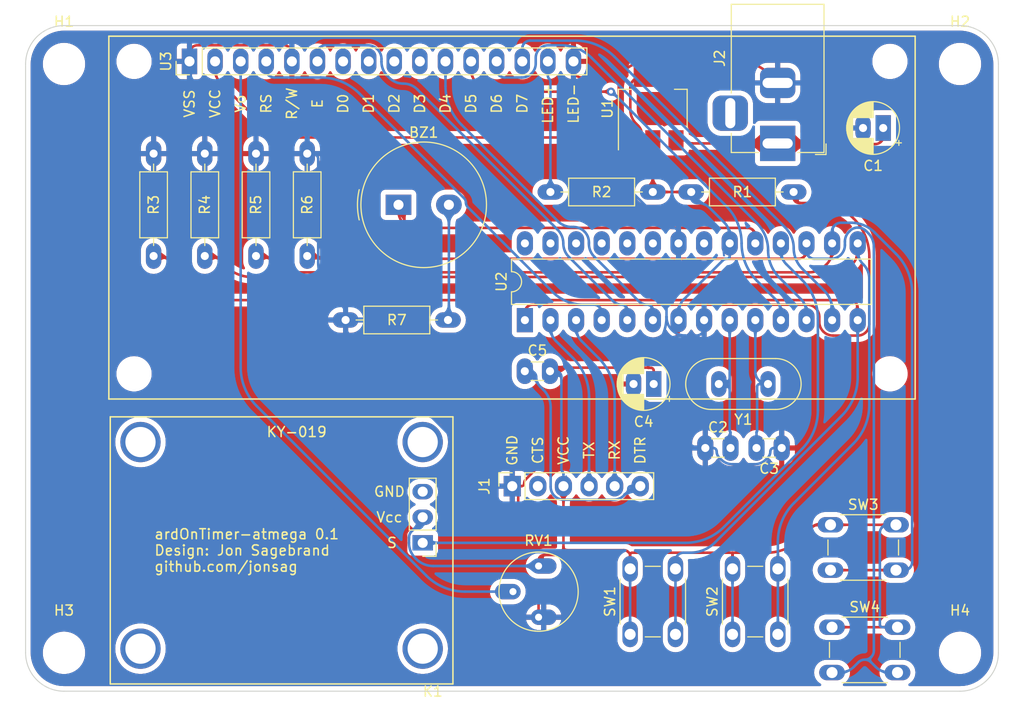
<source format=kicad_pcb>
(kicad_pcb (version 20211014) (generator pcbnew)
  (layers (0 "F.Cu" signal) (31 "B.Cu" signal) (34 "B.Paste" user) (35 "F.Paste" user) (36 "B.SilkS" user "B.Silkscreen") (37 "F.SilkS" user "F.Silkscreen") (38 "B.Mask" user) (39 "F.Mask" user) (44 "Edge.Cuts" user))
  (net 0 "")
  (net 1 "VCC")
  (net 2 "GND")
  (net 3 "XTAL1")
  (net 4 "XTAL2")
  (net 5 "+5V")
  (net 6 "Net-(C5-Pad1)")
  (net 8 "D0{slash}Rx")
  (net 9 "D1{slash}Tx")
  (net 10 "Reset")
  (net 11 "D2")
  (net 12 "D3")
  (net 13 "D4")
  (net 14 "D5")
  (net 15 "D6")
  (net 16 "D7")
  (net 17 "D8")
  (net 18 "D9")
  (net 19 "D10")
  (net 20 "D11")
  (net 21 "D12")
  (net 22 "D13")
  (net 24 "A0")
  (net 25 "A1")
  (net 26 "A2")
  (net 27 "A3")
  (net 28 "A4")
  (net 29 "A5")
  (net 30 "Net-(BZ1-Pad2)")
  (net 32 "Net-(R2-Pad1)")
  (net 33 "Net-(RV1-Pad2)")
  (footprint "My_Misc:Potentiometer_Bourns_3339P_Vertical_large" (layer "F.Cu") (at 162.6565 114.58)
    (fp_text reference "RV1")
    (fp_text value "10k")
  )
  (footprint "MountingHole:MountingHole_3.2mm_M3" (layer "F.Cu") (at 115.57 118.11)
    (fp_text reference "H3")
    (fp_text value "MountingHole")
  )
  (footprint "My_Misc:SW_PUSH_6mm_large" (layer "F.Cu") (at 171.74 116.28 90)
    (fp_text reference "SW1")
    (fp_text value "SW_Push")
  )
  (footprint "My_Misc:BarrelJack_Horizontal" (layer "F.Cu") (at 186.3775 67.57 -90)
    (fp_text reference "J2")
    (fp_text value "Power in")
  )
  (footprint "My_Misc:DIP-28_W7.62mm_LongPads w socket" (layer "F.Cu") (at 161.3 85.105 90)
    (fp_text reference "U2")
    (fp_text value "ATmega328P-PU")
  )
  (footprint "MountingHole:MountingHole_3.2mm_M3" (layer "F.Cu") (at 204.47 118.11)
    (fp_text reference "H4")
    (fp_text value "MountingHole")
  )
  (footprint "My_Parts:LCD_HD44780_16x2_w_headers_large" (layer "F.Cu") (at 128.02 59.43)
    (fp_text reference "U3")
    (fp_text value "LCD_HD44780")
  )
  (footprint "My_Misc:R_Axial_DIN0207_L6.3mm_D2.5mm_P10.16mm_Horizontal_larger_pads" (layer "F.Cu") (at 163.83 72.39)
    (fp_text reference "R2")
    (fp_text value "220R")
  )
  (footprint "Package_TO_SOT_SMD:SOT-223-3_TabPin2" (layer "F.Cu") (at 173.99 64.11 90)
    (fp_text reference "U1")
    (fp_text value "AMS1117-5.0")
  )
  (footprint "My_Misc:SW_PUSH_6mm_large" (layer "F.Cu") (at 191.77 115.57)
    (fp_text reference "SW4")
    (fp_text value "SW_Push")
  )
  (footprint "My_Misc:C_Disc_D3.0mm_W1.6mm_P2.50mm_larg" (layer "F.Cu") (at 179.2 97.79)
    (fp_text reference "C2")
    (fp_text value "22p")
  )
  (footprint "My_Misc:CP_Radial_D5.0mm_P2.00mm_larger" (layer "F.Cu") (at 196.85 66.04 180)
    (fp_text reference "C1")
    (fp_text value "10u")
  )
  (footprint "My_Headers:6-pin FTDI Programmer PinSocket large" (layer "F.Cu") (at 160.045 101.575 90)
    (fp_text reference "J1")
    (fp_text value "FTDI")
  )
  (footprint "My_Parts:KY-019_Relay_module_w_header_large" (layer "F.Cu") (at 151.16 107.2 180)
    (fp_text reference "K1")
    (fp_text value "KY-019_relay_module")
  )
  (footprint "My_Misc:Buzzer_TDK_PS1240P02BT_D12.2mm_H6.5mm_large" (layer "F.Cu") (at 148.7592 73.66)
    (fp_text reference "BZ1")
    (fp_text value "Buzzer")
  )
  (footprint "MountingHole:MountingHole_3.2mm_M3" (layer "F.Cu") (at 204.47 59.69)
    (fp_text reference "H2")
    (fp_text value "MountingHole")
  )
  (footprint "My_Misc:R_Axial_DIN0207_L6.3mm_D2.5mm_P10.16mm_Horizontal_larger_pads" (layer "F.Cu") (at 124.46 78.74 90)
    (fp_text reference "R3")
    (fp_text value "10k")
  )
  (footprint "My_Misc:C_Disc_D3.0mm_W1.6mm_P2.50mm_larg" (layer "F.Cu") (at 186.78 97.79 180)
    (fp_text reference "C3")
    (fp_text value "22p")
  )
  (footprint "My_Misc:R_Axial_DIN0207_L6.3mm_D2.5mm_P10.16mm_Horizontal_larger_pads" (layer "F.Cu") (at 153.67 85.09 180)
    (fp_text reference "R7")
    (fp_text value "R")
  )
  (footprint "MountingHole:MountingHole_3.2mm_M3" (layer "F.Cu") (at 115.57 59.69)
    (fp_text reference "H1")
    (fp_text value "MountingHole")
  )
  (footprint "My_Misc:R_Axial_DIN0207_L6.3mm_D2.5mm_P10.16mm_Horizontal_larger_pads" (layer "F.Cu") (at 139.7 78.74 90)
    (fp_text reference "R6")
    (fp_text value "10k")
  )
  (footprint "My_Misc:R_Axial_DIN0207_L6.3mm_D2.5mm_P10.16mm_Horizontal_larger_pads" (layer "F.Cu") (at 177.8 72.39)
    (fp_text reference "R1")
    (fp_text value "10k")
  )
  (footprint "My_Misc:SW_PUSH_6mm_large" (layer "F.Cu") (at 181.9 116.28 90)
    (fp_text reference "SW2")
    (fp_text value "SW_Push")
  )
  (footprint "My_Misc:CP_Radial_D5.0mm_P2.00mm_larger" (layer "F.Cu") (at 174.08 91.44 180)
    (fp_text reference "C4")
    (fp_text value "10u")
  )
  (footprint "My_Misc:Crystal_HC49-4H_Vertical_large" (layer "F.Cu") (at 185.42 91.44 180)
    (fp_text reference "Y1")
    (fp_text value "16MHz")
  )
  (footprint "My_Misc:C_Disc_D3.0mm_W1.6mm_P2.50mm_larg" (layer "F.Cu") (at 161.29 90.17)
    (fp_text reference "C5")
    (fp_text value "100n")
  )
  (footprint "My_Misc:R_Axial_DIN0207_L6.3mm_D2.5mm_P10.16mm_Horizontal_larger_pads" (layer "F.Cu") (at 129.54 78.74 90)
    (fp_text reference "R4")
    (fp_text value "10k")
  )
  (footprint "My_Misc:SW_PUSH_6mm_large" (layer "F.Cu") (at 191.62 105.41)
    (fp_text reference "SW3")
    (fp_text value "SW_Push")
  )
  (footprint "My_Misc:R_Axial_DIN0207_L6.3mm_D2.5mm_P10.16mm_Horizontal_larger_pads" (layer "F.Cu") (at 134.62 78.74 90)
    (fp_text reference "R5")
    (fp_text value "10k")
  )
  (gr_arc (start 111.76 59.69) (mid 112.875923 56.995923) (end 115.57 55.88) (layer "Edge.Cuts") (width 0.1))
  (gr_line (start 111.76 118.11) (end 111.76 59.69) (layer "Edge.Cuts") (width 0.1))
  (gr_arc (start 208.28 118.11) (mid 207.164077 120.804077) (end 204.47 121.92) (layer "Edge.Cuts") (width 0.1))
  (gr_arc (start 115.57 121.92) (mid 112.875923 120.804077) (end 111.76 118.11) (layer "Edge.Cuts") (width 0.1))
  (gr_line (start 208.28 59.69) (end 208.28 118.11) (layer "Edge.Cuts") (width 0.1))
  (gr_line (start 204.47 121.92) (end 115.57 121.92) (layer "Edge.Cuts") (width 0.1))
  (gr_arc (start 204.47 55.88) (mid 207.164077 56.995923) (end 208.28 59.69) (layer "Edge.Cuts") (width 0.1))
  (gr_line (start 115.57 55.88) (end 204.47 55.88) (layer "Edge.Cuts") (width 0.1))
  (gr_text "ardOnTimer-atmega 0.1\nDesign: Jon Sagebrand\ngithub.com/jonsag" (at 124.46 107.95) (layer "F.SilkS") (effects (font (size 1 1)) (justify left)))
  (segment (start 177.899503 67.57) (end 186.3775 67.57) (width 0.254) (layer "F.Cu") (net 1))
  (segment (start 188.577809 67.6403) (end 196.04985 67.6403) (width 0.254) (layer "F.Cu") (net 1))
  (segment (start 196.85 66.84015) (end 196.85 66.04) (width 0.254) (layer "F.Cu") (net 1))
  (segment (start 186.3775 67.57) (end 188.40809 67.57) (width 0.254) (layer "F.Cu") (net 1))
  (segment (start 177.151096 67.26) (end 176.29 67.26) (width 0.254) (layer "F.Cu") (net 1))
  (arc (start 177.5253 67.415) (mid 177.353613 67.300283) (end 177.151096 67.26) (width 0.254) (layer "F.Cu") (net 1))
  (arc (start 196.85 66.84015) (mid 196.615641 67.405941) (end 196.04985 67.6403) (width 0.254) (layer "F.Cu") (net 1))
  (arc (start 177.5253 67.415) (mid 177.696985 67.529716) (end 177.899503 67.57) (width 0.254) (layer "F.Cu") (net 1))
  (arc (start 188.49295 67.60515) (mid 188.531883 67.631164) (end 188.577809 67.6403) (width 0.254) (layer "F.Cu") (net 1))
  (arc (start 188.49295 67.60515) (mid 188.454015 67.579135) (end 188.40809 67.57) (width 0.254) (layer "F.Cu") (net 1))
  (segment (start 194.30385 66.04) (end 194.85 66.04) (width 0.254) (layer "F.Cu") (net 2))
  (segment (start 160.6352 108.589325) (end 160.6352 101.87005) (width 0.254) (layer "F.Cu") (net 2))
  (segment (start 171.14985 67.26) (end 171.69 67.26) (width 0.254) (layer "F.Cu") (net 2))
  (segment (start 162.6565 113.30995) (end 162.6565 114.58) (width 0.254) (layer "F.Cu") (net 2))
  (segment (start 166.12 60.23015) (end 166.12 59.43) (width 0.254) (layer "F.Cu") (net 2))
  (segment (start 166.92015 61.0303) (end 170.5644 61.0303) (width 0.254) (layer "F.Cu") (net 2))
  (segment (start 128.82015 57.8297) (end 137.37985 57.8297) (width 0.254) (layer "F.Cu") (net 2))
  (segment (start 160.9671 101.575) (end 160.93025 101.575) (width 0.254) (layer "F.Cu") (net 2))
  (segment (start 134.62 68.58) (end 139.7 68.58) (width 0.254) (layer "F.Cu") (net 2))
  (segment (start 170.641731 60.907668) (end 171.28785 60.26155) (width 0.254) (layer "F.Cu") (net 2))
  (segment (start 190.316611 62.598911) (end 193.371513 65.653813) (width 0.254) (layer "F.Cu") (net 2))
  (segment (start 185.3842 60.5767) (end 186.3775 61.57) (width 0.254) (layer "F.Cu") (net 2))
  (segment (start 128.02 58.62985) (end 128.02 59.43) (width 0.254) (layer "F.Cu") (net 2))
  (segment (start 170.6097 60.985) (end 170.6097 61.0756) (width 0.254) (layer "F.Cu") (net 2))
  (segment (start 172.925048 59.5834) (end 182.986161 59.5834) (width 0.254) (layer "F.Cu") (net 2))
  (segment (start 160.34015 101.575) (end 160.045 101.575) (width 0.254) (layer "F.Cu") (net 2))
  (segment (start 160.34015 101.575) (end 160.93025 101.575) (width 0.254) (layer "F.Cu") (net 2))
  (segment (start 170.6097 66.71985) (end 170.6097 61.0756) (width 0.254) (layer "F.Cu") (net 2))
  (segment (start 171.46195 91.44) (end 172.08 91.44) (width 0.254) (layer "F.Cu") (net 2))
  (segment (start 187.8326 61.57) (end 186.3775 61.57) (width 0.254) (layer "F.Cu") (net 2))
  (segment (start 161.758439 111.141839) (end 161.64585 111.02925) (width 0.254) (layer "F.Cu") (net 2))
  (segment (start 129.54 68.58) (end 124.46 68.58) (width 0.254) (layer "F.Cu") (net 2))
  (segment (start 138.18 58.62985) (end 138.18 59.43) (width 0.254) (layer "F.Cu") (net 2))
  (segment (start 161.407874 100.876025) (end 170.406872 91.877027) (width 0.254) (layer "F.Cu") (net 2))
  (segment (start 134.62 68.58) (end 129.54 68.58) (width 0.254) (layer "F.Cu") (net 2))
  (arc (start 160.93025 101.575) (mid 160.721618 101.661418) (end 160.6352 101.87005) (width 0.254) (layer "F.Cu") (net 2))
  (arc (start 170.6097 66.71985) (mid 170.767906 67.101793) (end 171.14985 67.26) (width 0.254) (layer "F.Cu") (net 2))
  (arc (start 161.2253 101.3168) (mid 161.149674 101.499374) (end 160.9671 101.575) (width 0.254) (layer "F.Cu") (net 2))
  (arc (start 185.3842 60.5767) (mid 184.28397 59.84155) (end 182.986161 59.5834) (width 0.254) (layer "F.Cu") (net 2))
  (arc (start 170.6097 61.0756) (mid 170.596431 61.043568) (end 170.5644 61.0303) (width 0.254) (layer "F.Cu") (net 2))
  (arc (start 190.316611 62.598911) (mid 189.176937 61.837405) (end 187.8326 61.57) (width 0.254) (layer "F.Cu") (net 2))
  (arc (start 166.12 60.23015) (mid 166.354358 60.795941) (end 166.92015 61.0303) (width 0.254) (layer "F.Cu") (net 2))
  (arc (start 160.6352 108.589325) (mid 160.897859 109.909802) (end 161.64585 111.02925) (width 0.254) (layer "F.Cu") (net 2))
  (arc (start 193.371513 65.653813) (mid 193.799273 65.939633) (end 194.30385 66.04) (width 0.254) (layer "F.Cu") (net 2))
  (arc (start 161.758439 111.141839) (mid 162.423101 112.136576) (end 162.6565 113.30995) (width 0.254) (layer "F.Cu") (net 2))
  (arc (start 170.641731 60.907668) (mid 170.618024 60.943148) (end 170.6097 60.985) (width 0.254) (layer "F.Cu") (net 2))
  (arc (start 170.5644 61.0303) (mid 170.596431 61.017031) (end 170.6097 60.985) (width 0.254) (layer "F.Cu") (net 2))
  (arc (start 138.18 58.62985) (mid 137.945641 58.064058) (end 137.37985 57.8297) (width 0.254) (layer "F.Cu") (net 2))
  (arc (start 171.46195 91.44) (mid 170.890946 91.553579) (end 170.406872 91.877027) (width 0.254) (layer "F.Cu") (net 2))
  (arc (start 160.6352 101.87005) (mid 160.548781 101.661418) (end 160.34015 101.575) (width 0.254) (layer "F.Cu") (net 2))
  (arc (start 161.407874 100.876025) (mid 161.272749 101.078254) (end 161.2253 101.3168) (width 0.254) (layer "F.Cu") (net 2))
  (arc (start 128.82015 57.8297) (mid 128.254358 58.064058) (end 128.02 58.62985) (width 0.254) (layer "F.Cu") (net 2))
  (arc (start 172.925048 59.5834) (mid 172.039003 59.759645) (end 171.28785 60.26155) (width 0.254) (layer "F.Cu") (net 2))
  (segment (start 172.08 90.4113) (end 172.08 91.0971) (width 0.254) (layer "B.Cu") (net 2))
  (segment (start 172.08 91.0971) (end 172.08 91.7829) (width 0.254) (layer "B.Cu") (net 2))
  (segment (start 179.08 85.87015) (end 179.08 85.105) (width 0.254) (layer "B.Cu") (net 2))
  (segment (start 172.08 91.7829) (end 172.08 92.4203) (width 0.254) (layer "B.Cu") (net 2))
  (segment (start 129.54 63.625102) (end 129.54 68.58) (width 0.254) (layer "B.Cu") (net 2))
  (segment (start 184.108182 99.3994) (end 181.876255 99.3994) (width 0.254) (layer "B.Cu") (net 2))
  (segment (start 166.12 64.342036) (end 166.12 59.43) (width 0.254) (layer "B.Cu") (net 2))
  (segment (start 186.0029 97.79) (end 186.78 97.79) (width 0.254) (layer "B.Cu") (net 2))
  (segment (start 128.02 60.23015) (end 128.02 59.43) (width 0.254) (layer "B.Cu") (net 2))
  (segment (start 175.998957 79.556342) (end 175.9447 79.6106) (width 0.254) (layer "B.Cu") (net 2))
  (segment (start 172.08 90.4113) (end 172.08 89.8722) (width 0.254) (layer "B.Cu") (net 2))
  (segment (start 179.9784 97.79) (end 179.76515 97.79) (width 0.254) (layer "B.Cu") (net 2))
  (segment (start 140.7923 79.358295) (end 140.7923 69.12615) (width 0.254) (layer "B.Cu") (net 2))
  (segment (start 142.15115 82.63885) (end 143.123813 83.611513) (width 0.254) (layer "B.Cu") (net 2))
  (segment (start 172.16798 89.816719) (end 174.030433 87.954266) (width 0.254) (layer "B.Cu") (net 2))
  (segment (start 175.103473 75.579473) (end 167.713792 68.189792) (width 0.254) (layer "B.Cu") (net 2))
  (segment (start 178.31485 86.6353) (end 177.2147 86.6353) (width 0.254) (layer "B.Cu") (net 2))
  (segment (start 185.399949 98.74615) (end 185.1982 98.9479) (width 0.254) (layer "B.Cu") (net 2))
  (segment (start 140.24615 68.58) (end 139.7 68.58) (width 0.254) (layer "B.Cu") (net 2))
  (segment (start 176.54 76.71985) (end 176.54 76.48535) (width 0.254) (layer "B.Cu") (net 2))
  (segment (start 175.3494 84.77) (end 175.3494 81.047781) (width 0.254) (layer "B.Cu") (net 2))
  (segment (start 176.54 76.71985) (end 176.54 78.25015) (width 0.254) (layer "B.Cu") (net 2))
  (segment (start 158.8837 101.575) (end 160.045 101.575) (width 0.254) (layer "B.Cu") (net 2))
  (segment (start 158.851264 101.523564) (end 143.896186 86.568486) (width 0.254) (layer "B.Cu") (net 2))
  (segment (start 179.76515 97.79) (end 178.63485 97.79) (width 0.254) (layer "B.Cu") (net 2))
  (segment (start 128.78 61.7903) (end 128.585791 61.596091) (width 0.254) (layer "B.Cu") (net 2))
  (segment (start 180.57913 98.74263) (end 180.7831 98.9466) (width 0.254) (layer "B.Cu") (net 2))
  (segment (start 173.758406 93.478706) (end 177.670078 97.390378) (width 0.254) (layer "B.Cu") (net 2))
  (segment (start 143.51 84.54385) (end 143.51 85.63615) (width 0.254) (layer "B.Cu") (net 2))
  (arc (start 174.030433 87.954266) (mid 175.006611 86.493312) (end 175.3494 84.77) (width 0.254) (layer "B.Cu") (net 2))
  (arc (start 176.54 76.48535) (mid 176.384576 76.110123) (end 176.00935 75.9547) (width 0.254) (layer "B.Cu") (net 2))
  (arc (start 185.6497 98.1432) (mid 185.584791 98.469514) (end 185.399949 98.74615) (width 0.254) (layer "B.Cu") (net 2))
  (arc (start 180.3303 98.1419) (mid 180.22723 97.893069) (end 179.9784 97.79) (width 0.254) (layer "B.Cu") (net 2))
  (arc (start 175.3494 84.77) (mid 175.895733 86.088966) (end 177.2147 86.6353) (width 0.254) (layer "B.Cu") (net 2))
  (arc (start 179.08 85.87015) (mid 178.855892 86.411192) (end 178.31485 86.6353) (width 0.254) (layer "B.Cu") (net 2))
  (arc (start 158.851264 101.523564) (mid 158.861208 101.538446) (end 158.8647 101.556) (width 0.254) (layer "B.Cu") (net 2))
  (arc (start 175.103473 75.579473) (mid 175.519093 75.857181) (end 176.00935 75.9547) (width 0.254) (layer "B.Cu") (net 2))
  (arc (start 173.758406 93.478706) (mid 173.272805 93.154238) (end 172.7 93.0403) (width 0.254) (layer "B.Cu") (net 2))
  (arc (start 166.12 64.342036) (mid 166.534213 66.424426) (end 167.713792 68.189792) (width 0.254) (layer "B.Cu") (net 2))
  (arc (start 176.54 78.25015) (mid 176.399387 78.957056) (end 175.998957 79.556342) (width 0.254) (layer "B.Cu") (net 2))
  (arc (start 158.8647 101.556) (mid 158.870264 101.569435) (end 158.8837 101.575) (width 0.254) (layer "B.Cu") (net 2))
  (arc (start 128.78 61.7903) (mid 129.342482 62.632114) (end 129.54 63.625102) (width 0.254) (layer "B.Cu") (net 2))
  (arc (start 177.2147 86.6353) (mid 175.491387 86.978088) (end 174.030433 87.954266) (width 0.254) (layer "B.Cu") (net 2))
  (arc (start 172.1125 89.8397) (mid 172.089519 89.849219) (end 172.08 89.8722) (width 0.254) (layer "B.Cu") (net 2))
  (arc (start 172.08 92.4203) (mid 172.261593 92.858706) (end 172.7 93.0403) (width 0.254) (layer "B.Cu") (net 2))
  (arc (start 180.7831 98.9466) (mid 181.284643 99.281721) (end 181.876255 99.3994) (width 0.254) (layer "B.Cu") (net 2))
  (arc (start 180.3303 98.1419) (mid 180.394968 98.467012) (end 180.57913 98.74263) (width 0.254) (layer "B.Cu") (net 2))
  (arc (start 143.51 85.63615) (mid 143.610366 86.140726) (end 143.896186 86.568486) (width 0.254) (layer "B.Cu") (net 2))
  (arc (start 143.123813 83.611513) (mid 143.409633 84.039273) (end 143.51 84.54385) (width 0.254) (layer "B.Cu") (net 2))
  (arc (start 140.7923 69.12615) (mid 140.632336 68.739963) (end 140.24615 68.58) (width 0.254) (layer "B.Cu") (net 2))
  (arc (start 140.7923 79.358295) (mid 141.145453 81.133718) (end 142.15115 82.63885) (width 0.254) (layer "B.Cu") (net 2))
  (arc (start 128.02 60.23015) (mid 128.167044 60.969392) (end 128.585791 61.596091) (width 0.254) (layer "B.Cu") (net 2))
  (arc (start 172.16798 89.816719) (mid 172.142525 89.833727) (end 172.1125 89.8397) (width 0.254) (layer "B.Cu") (net 2))
  (arc (start 177.670078 97.390378) (mid 178.112719 97.686141) (end 178.63485 97.79) (width 0.254) (layer "B.Cu") (net 2))
  (arc (start 185.1982 98.9479) (mid 184.698095 99.282058) (end 184.108182 99.3994) (width 0.254) (layer "B.Cu") (net 2))
  (arc (start 186.0029 97.79) (mid 185.753149 97.893449) (end 185.6497 98.1432) (width 0.254) (layer "B.Cu") (net 2))
  (arc (start 175.9447 79.6106) (mid 175.504113 80.269984) (end 175.3494 81.047781) (width 0.254) (layer "B.Cu") (net 2))
  (segment (start 181.6203 90.89985) (end 181.6203 86.635812) (width 0.254) (layer "B.Cu") (net 3))
  (segment (start 181.6203 96.053643) (end 181.6203 91.98015) (width 0.254) (layer "B.Cu") (net 3))
  (segment (start 181.6203 90.89985) (end 181.6203 91.98015) (width 0.254) (layer "B.Cu") (net 3))
  (segment (start 181.7 96.246056) (end 181.7 97.79) (width 0.254) (layer "B.Cu") (net 3))
  (segment (start 181.08015 91.44) (end 180.54 91.44) (width 0.254) (layer "B.Cu") (net 3))
  (segment (start 181.62 86.635087) (end 181.62 85.105) (width 0.254) (layer "B.Cu") (net 3))
  (arc (start 181.62015 86.63545) (mid 181.620261 86.635616) (end 181.6203 86.635812) (width 0.254) (layer "B.Cu") (net 3))
  (arc (start 181.08015 91.44) (mid 181.462093 91.281793) (end 181.6203 90.89985) (width 0.254) (layer "B.Cu") (net 3))
  (arc (start 181.6203 96.053643) (mid 181.630656 96.105709) (end 181.66015 96.14985) (width 0.254) (layer "B.Cu") (net 3))
  (arc (start 181.6203 91.98015) (mid 181.462093 91.598206) (end 181.08015 91.44) (width 0.254) (layer "B.Cu") (net 3))
  (arc (start 181.62 86.635087) (mid 181.620038 86.635283) (end 181.62015 86.63545) (width 0.254) (layer "B.Cu") (net 3))
  (arc (start 181.66015 96.14985) (mid 181.689643 96.193989) (end 181.7 96.246056) (width 0.254) (layer "B.Cu") (net 3))
  (segment (start 184.3397 91.7101) (end 184.3397 96.087785) (width 0.254) (layer "B.Cu") (net 4))
  (segment (start 184.6098 91.44) (end 184.60985 91.44) (width 0.254) (layer "B.Cu") (net 4))
  (segment (start 185.14995 91.44) (end 185.42 91.44) (width 0.254) (layer "B.Cu") (net 4))
  (segment (start 184.28 96.231914) (end 184.28 97.79) (width 0.254) (layer "B.Cu") (net 4))
  (segment (start 185.14995 91.44) (end 184.60985 91.44) (width 0.254) (layer "B.Cu") (net 4))
  (segment (start 184.51995 91.08005) (end 184.688945 91.249045) (width 0.254) (layer "B.Cu") (net 4))
  (segment (start 184.16 90.211053) (end 184.16 85.105) (width 0.254) (layer "B.Cu") (net 4))
  (arc (start 184.6098 91.44) (mid 184.41881 91.51911) (end 184.3397 91.7101) (width 0.254) (layer "B.Cu") (net 4))
  (arc (start 184.60985 91.44) (mid 184.713193 91.370947) (end 184.688945 91.249045) (width 0.254) (layer "B.Cu") (net 4))
  (arc (start 184.30985 96.15985) (mid 184.287757 96.192913) (end 184.28 96.231914) (width 0.254) (layer "B.Cu") (net 4))
  (arc (start 184.3397 96.087785) (mid 184.331942 96.126786) (end 184.30985 96.15985) (width 0.254) (layer "B.Cu") (net 4))
  (arc (start 184.688945 91.249045) (mid 184.900456 91.390372) (end 185.14995 91.44) (width 0.254) (layer "B.Cu") (net 4))
  (arc (start 184.16 90.211053) (mid 184.253547 90.68135) (end 184.51995 91.08005) (width 0.254) (layer "B.Cu") (net 4))
  (segment (start 173.496102 89.8175) (end 165.522055 89.8175) (width 0.254) (layer "F.Cu") (net 5))
  (segment (start 181.9 108.35115) (end 181.9 109.78) (width 0.254) (layer "F.Cu") (net 5))
  (segment (start 188.634899 106.794799) (end 189.736786 105.692913) (width 0.254) (layer "F.Cu") (net 5))
  (segment (start 181.9 108.17975) (end 181.9 108.23685) (width 0.254) (layer "F.Cu") (net 5))
  (segment (start 172.87485 60.96) (end 173.99 60.96) (width 0.254) (layer "F.Cu") (net 5))
  (segment (start 168.502958 68.6032) (end 173.3184 68.6032) (width 0.254) (layer "F.Cu") (net 5))
  (segment (start 173.99 67.80015) (end 173.99 67.9316) (width 0.254) (layer "F.Cu") (net 5))
  (segment (start 191.77 115.57) (end 198.27 115.57) (width 0.254) (layer "F.Cu") (net 5))
  (segment (start 164.583241 66.9796) (end 138.763263 66.9796) (width 0.254) (layer "F.Cu") (net 5))
  (segment (start 191.21995 105.41) (end 190.41985 105.41) (width 0.254) (layer "F.Cu") (net 5))
  (segment (start 172.527756 65.797756) (end 172.3347 65.6047) (width 0.254) (layer "F.Cu") (net 5))
  (segment (start 192.02005 105.41) (end 191.21995 105.41) (width 0.254) (layer "F.Cu") (net 5))
  (segment (start 173.807 89.8397) (end 173.549697 89.8397) (width 0.254) (layer "F.Cu") (net 5))
  (segment (start 165.125 102.24815) (end 165.125 103.59445) (width 0.254) (layer "F.Cu") (net 5))
  (segment (start 181.9 108.17965) (end 181.9 108.17975) (width 0.254) (layer "F.Cu") (net 5))
  (segment (start 164.671044 90.17) (end 163.79 90.17) (width 0.254) (layer "F.Cu") (net 5))
  (segment (start 131.125791 61.596091) (end 134.915507 65.385807) (width 0.254) (layer "F.Cu") (net 5))
  (segment (start 130.56 60.23015) (end 130.56 59.43) (width 0.254) (layer "F.Cu") (net 5))
  (segment (start 171.111443 107.9258) (end 165.465754 107.9258) (width 0.254) (layer "F.Cu") (net 5))
  (segment (start 173.99 67.9316) (end 173.99 69.2748) (width 0.254) (layer "F.Cu") (net 5))
  (segment (start 173.99 69.2748) (end 173.99 72.39) (width 0.254) (layer "F.Cu") (net 5))
  (segment (start 171.74 108.374822) (end 171.74 109.78) (width 0.254) (layer "F.Cu") (net 5))
  (segment (start 171.7597 62.07515) (end 171.7597 64.216527) (width 0.254) (layer "F.Cu") (net 5))
  (segment (start 175.998957 87.176342) (end 173.566247 89.609052) (width 0.254) (layer "F.Cu") (net 5))
  (segment (start 171.68285 108.23685) (end 171.5559 108.1099) (width 0.254) (layer "F.Cu") (net 5))
  (segment (start 181.90005 108.1796) (end 185.291697 108.1796) (width 0.254) (layer "F.Cu") (net 5))
  (segment (start 181.9 108.23685) (end 181.9 108.35115) (width 0.254) (layer "F.Cu") (net 5))
  (segment (start 173.5118 89.801802) (end 173.5118 89.7405) (width 0.254) (layer "F.Cu") (net 5))
  (segment (start 174.08 90.1127) (end 174.08 91.44) (width 0.254) (layer "F.Cu") (net 5))
  (segment (start 162.6565 108.95385) (end 162.6565 109.5) (width 0.254) (layer "F.Cu") (net 5))
  (segment (start 181.89995 108.1797) (end 171.935122 108.1797) (width 0.254) (layer "F.Cu") (net 5))
  (segment (start 190.41985 105.41) (end 190.4198 105.41) (width 0.254) (layer "F.Cu") (net 5))
  (segment (start 192.02005 105.41) (end 198.12 105.41) (width 0.254) (layer "F.Cu") (net 5))
  (segment (start 165.125 103.59445) (end 165.125 107.585045) (width 0.254) (layer "F.Cu") (net 5))
  (segment (start 165.125 102.24815) (end 165.125 101.575) (width 0.254) (layer "F.Cu") (net 5))
  (segment (start 164.302345 108.4077) (end 163.20265 108.4077) (width 0.254) (layer "F.Cu") (net 5))
  (segment (start 176.54 85.87015) (end 176.54 85.105) (width 0.254) (layer "F.Cu") (net 5))
  (segment (start 173.99 72.39) (end 177.8 72.39) (width 0.254) (layer "F.Cu") (net 5))
  (arc (start 171.5559 108.1099) (mid 171.351981 107.973646) (end 171.111443 107.9258) (width 0.254) (layer "F.Cu") (net 5))
  (arc (start 165.09655 89.99375) (mid 164.901326 90.124194) (end 164.671044 90.17) (width 0.254) (layer "F.Cu") (net 5))
  (arc (start 165.125 107.585045) (mid 165.224804 107.825995) (end 165.465754 107.9258) (width 0.254) (layer "F.Cu") (net 5))
  (arc (start 163.20265 108.4077) (mid 162.816463 108.567663) (end 162.6565 108.95385) (width 0.254) (layer "F.Cu") (net 5))
  (arc (start 173.496102 89.8175) (mid 173.507202 89.812902) (end 173.5118 89.801802) (width 0.254) (layer "F.Cu") (net 5))
  (arc (start 165.465754 107.9258) (mid 165.150938 107.98842) (end 164.88405 108.16675) (width 0.254) (layer "F.Cu") (net 5))
  (arc (start 166.5431 67.7914) (mid 165.643909 67.190579) (end 164.583241 66.9796) (width 0.254) (layer "F.Cu") (net 5))
  (arc (start 171.79715 108.23685) (mid 171.754852 108.300152) (end 171.74 108.374822) (width 0.254) (layer "F.Cu") (net 5))
  (arc (start 171.7597 64.216527) (mid 171.909137 64.9678) (end 172.3347 65.6047) (width 0.254) (layer "F.Cu") (net 5))
  (arc (start 173.5118 89.801802) (mid 173.514684 89.816305) (end 173.5229 89.8286) (width 0.254) (layer "F.Cu") (net 5))
  (arc (start 173.566247 89.609052) (mid 173.52595 89.669361) (end 173.5118 89.7405) (width 0.254) (layer "F.Cu") (net 5))
  (arc (start 190.4198 105.41) (mid 190.050155 105.483526) (end 189.736786 105.692913) (width 0.254) (layer "F.Cu") (net 5))
  (arc (start 181.9 108.17975) (mid 181.899985 108.179714) (end 181.89995 108.1797) (width 0.254) (layer "F.Cu") (net 5))
  (arc (start 172.527756 65.797756) (mid 172.810435 66.220816) (end 172.9097 66.71985) (width 0.254) (layer "F.Cu") (net 5))
  (arc (start 173.99 69.2748) (mid 173.793292 68.799907) (end 173.3184 68.6032) (width 0.254) (layer "F.Cu") (net 5))
  (arc (start 164.88405 108.16675) (mid 164.617161 108.345079) (end 164.302345 108.4077) (width 0.254) (layer "F.Cu") (net 5))
  (arc (start 176.54 85.87015) (mid 176.399387 86.577056) (end 175.998957 87.176342) (width 0.254) (layer "F.Cu") (net 5))
  (arc (start 173.5229 89.8286) (mid 173.535194 89.836815) (end 173.549697 89.8397) (width 0.254) (layer "F.Cu") (net 5))
  (arc (start 181.90005 108.1796) (mid 181.900014 108.179614) (end 181.9 108.17965) (width 0.254) (layer "F.Cu") (net 5))
  (arc (start 181.89995 108.1797) (mid 181.899985 108.179685) (end 181.9 108.17965) (width 0.254) (layer "F.Cu") (net 5))
  (arc (start 130.56 60.23015) (mid 130.707044 60.969392) (end 131.125791 61.596091) (width 0.254) (layer "F.Cu") (net 5))
  (arc (start 172.9097 66.71985) (mid 173.067906 67.101793) (end 173.44985 67.26) (width 0.254) (layer "F.Cu") (net 5))
  (arc (start 172.87485 60.96) (mid 172.086319 61.286619) (end 171.7597 62.07515) (width 0.254) (layer "F.Cu") (net 5))
  (arc (start 173.99 67.80015) (mid 173.831793 67.418206) (end 173.44985 67.26) (width 0.254) (layer "F.Cu") (net 5))
  (arc (start 174.08 90.1127) (mid 174.00004 89.919659) (end 173.807 89.8397) (width 0.254) (layer "F.Cu") (net 5))
  (arc (start 166.5431 67.7914) (mid 167.44229 68.39222) (end 168.502958 68.6032) (width 0.254) (layer "F.Cu") (net 5))
  (arc (start 171.935122 108.1797) (mid 171.860452 108.194552) (end 171.79715 108.23685) (width 0.254) (layer "F.Cu") (net 5))
  (arc (start 134.915507 65.385807) (mid 136.680872 66.565386) (end 138.763263 66.9796) (width 0.254) (layer "F.Cu") (net 5))
  (arc (start 165.522055 89.8175) (mid 165.291773 89.863305) (end 165.09655 89.99375) (width 0.254) (layer "F.Cu") (net 5))
  (arc (start 188.634899 106.794799) (mid 187.101025 107.819701) (end 185.291697 108.1796) (width 0.254) (layer "F.Cu") (net 5))
  (arc (start 171.74 108.374822) (mid 171.725147 108.300152) (end 171.68285 108.23685) (width 0.254) (layer "F.Cu") (net 5))
  (arc (start 173.3184 68.6032) (mid 173.793292 68.406492) (end 173.99 67.9316) (width 0.254) (layer "F.Cu") (net 5))
  (arc (start 173.5229 89.8286) (mid 173.510605 89.820384) (end 173.496102 89.8175) (width 0.254) (layer "F.Cu") (net 5))
  (arc (start 171.68285 108.23685) (mid 171.74 108.260522) (end 171.79715 108.23685) (width 0.254) (layer "F.Cu") (net 5))
  (arc (start 164.88405 108.16675) (mid 165.062379 107.899861) (end 165.125 107.585045) (width 0.254) (layer "F.Cu") (net 5))
  (segment (start 150.752414 105.7523) (end 150.7585 105.7523) (width 0.254) (layer "B.Cu") (net 5))
  (segment (start 178.34615 73.4823) (end 178.4738 73.4823) (width 0.254) (layer "B.Cu") (net 5))
  (segment (start 177.8 72.93615) (end 177.8 72.39) (width 0.254) (layer "B.Cu") (net 5))
  (segment (start 149.7978 107.19845) (end 149.7978 106.706914) (width 0.254) (layer "B.Cu") (net 5))
  (segment (start 164.35515 90.17) (end 163.79 90.17) (width 0.254) (layer "B.Cu") (net 5))
  (segment (start 179.624048 73.958748) (end 181.078957 75.413657) (width 0.254) (layer "B.Cu") (net 5))
  (segment (start 180.91534 79.199359) (end 177.081042 83.033657) (width 0.254) (layer "B.Cu") (net 5))
  (segment (start 196.5197 115.313933) (end 196.5197 106.21015) (width 0.254) (layer "B.Cu") (net 5))
  (segment (start 162.11035 109.5) (end 162.6565 109.5) (width 0.254) (layer "B.Cu") (net 5))
  (segment (start 150.424968 108.712568) (end 150.5051 108.7927) (width 0.254) (layer "B.Cu") (net 5))
  (segment (start 165.125 100.373444) (end 165.125 101.575) (width 0.254) (layer "B.Cu") (net 5))
  (segment (start 197.31985 105.41) (end 198.12 105.41) (width 0.254) (layer "B.Cu") (net 5))
  (segment (start 162.11035 109.5) (end 161.01805 109.5) (width 0.254) (layer "B.Cu") (net 5))
  (segment (start 176.54 84.33985) (end 176.54 85.105) (width 0.254) (layer "B.Cu") (net 5))
  (segment (start 196.775766 115.57) (end 198.27 115.57) (width 0.254) (layer "B.Cu") (net 5))
  (segment (start 181.62 78.755) (end 181.62 78.25015) (width 0.254) (layer "B.Cu") (net 5))
  (segment (start 171.74 116.28) (end 171.74 109.78) (width 0.254) (layer "B.Cu") (net 5))
  (segment (start 151.16 105.3508) (end 151.16 104.66) (width 0.254) (layer "B.Cu") (net 5))
  (segment (start 181.9 116.28) (end 181.9 109.78) (width 0.254) (layer "B.Cu") (net 5))
  (segment (start 164.9203 90.73515) (end 164.9203 99.879255) (width 0.254) (layer "B.Cu") (net 5))
  (segment (start 181.62 76.71985) (end 181.62 78.25015) (width 0.254) (layer "B.Cu") (net 5))
  (segment (start 161.01805 109.5) (end 152.212673 109.5) (width 0.254) (layer "B.Cu") (net 5))
  (arc (start 181.62 78.755) (mid 181.543759 78.939059) (end 181.3597 79.0153) (width 0.254) (layer "B.Cu") (net 5))
  (arc (start 197.31985 105.41) (mid 196.754058 105.644358) (end 196.5197 106.21015) (width 0.254) (layer "B.Cu") (net 5))
  (arc (start 196.5947 115.495) (mid 196.677773 115.550508) (end 196.775766 115.57) (width 0.254) (layer "B.Cu") (net 5))
  (arc (start 196.5197 115.313933) (mid 196.539191 115.411925) (end 196.5947 115.495) (width 0.254) (layer "B.Cu") (net 5))
  (arc (start 150.0774 106.0319) (mid 149.870465 106.341599) (end 149.7978 106.706914) (width 0.254) (layer "B.Cu") (net 5))
  (arc (start 177.081042 83.033657) (mid 176.680612 83.632943) (end 176.54 84.33985) (width 0.254) (layer "B.Cu") (net 5))
  (arc (start 181.3597 79.0153) (mid 181.119214 79.063135) (end 180.91534 79.199359) (width 0.254) (layer "B.Cu") (net 5))
  (arc (start 151.16 105.3508) (mid 151.042403 105.634703) (end 150.7585 105.7523) (width 0.254) (layer "B.Cu") (net 5))
  (arc (start 179.624048 73.958748) (mid 179.096309 73.606124) (end 178.4738 73.4823) (width 0.254) (layer "B.Cu") (net 5))
  (arc (start 181.078957 75.413657) (mid 181.479387 76.012943) (end 181.62 76.71985) (width 0.254) (layer "B.Cu") (net 5))
  (arc (start 149.7978 107.19845) (mid 149.960795 108.017884) (end 150.424968 108.712568) (width 0.254) (layer "B.Cu") (net 5))
  (arc (start 165.02265 100.12635) (mid 165.0984 100.239717) (end 165.125 100.373444) (width 0.254) (layer "B.Cu") (net 5))
  (arc (start 150.752414 105.7523) (mid 150.387099 105.824965) (end 150.0774 106.0319) (width 0.254) (layer "B.Cu") (net 5))
  (arc (start 177.8 72.93615) (mid 177.959963 73.322336) (end 178.34615 73.4823) (width 0.254) (layer "B.Cu") (net 5))
  (arc (start 164.9203 90.73515) (mid 164.754771 90.335528) (end 164.35515 90.17) (width 0.254) (layer "B.Cu") (net 5))
  (arc (start 150.5051 108.7927) (mid 151.288541 109.316178) (end 152.212673 109.5) (width 0.254) (layer "B.Cu") (net 5))
  (arc (start 164.9203 99.879255) (mid 164.946899 100.012981) (end 165.02265 100.12635) (width 0.254) (layer "B.Cu") (net 5))
  (segment (start 163.855 93.749486) (end 163.855 101.635729) (width 0.254) (layer "B.Cu") (net 6))
  (segment (start 171.81035 101.575) (end 172.745 101.575) (width 0.254) (layer "B.Cu") (net 6))
  (segment (start 171.390999 102.24) (end 171.13615 102.49485) (width 0.254) (layer "B.Cu") (net 6))
  (segment (start 165.14267 102.9234) (end 170.101538 102.9234) (width 0.254) (layer "B.Cu") (net 6))
  (segment (start 163.13765 92.01765) (end 162.819921 91.699921) (width 0.254) (layer "B.Cu") (net 6))
  (segment (start 161.85515 90.17) (end 161.29 90.17) (width 0.254) (layer "B.Cu") (net 6))
  (arc (start 163.13765 92.01765) (mid 163.668566 92.812223) (end 163.855 93.749486) (width 0.254) (layer "B.Cu") (net 6))
  (arc (start 171.81035 101.575) (mid 171.636649 101.646949) (end 171.5647 101.82065) (width 0.254) (layer "B.Cu") (net 6))
  (arc (start 171.5647 101.82065) (mid 171.519556 102.0476) (end 171.390999 102.24) (width 0.254) (layer "B.Cu") (net 6))
  (arc (start 171.13615 102.49485) (mid 170.661466 102.812023) (end 170.101538 102.9234) (width 0.254) (layer "B.Cu") (net 6))
  (arc (start 164.23215 102.54625) (mid 164.6499 102.825381) (end 165.14267 102.9234) (width 0.254) (layer "B.Cu") (net 6))
  (arc (start 162.4203 90.73515) (mid 162.524158 91.25728) (end 162.819921 91.699921) (width 0.254) (layer "B.Cu") (net 6))
  (arc (start 163.855 101.635729) (mid 163.953018 102.128499) (end 164.23215 102.54625) (width 0.254) (layer "B.Cu") (net 6))
  (arc (start 162.4203 90.73515) (mid 162.254771 90.335528) (end 161.85515 90.17) (width 0.254) (layer "B.Cu") (net 6))
  (segment (start 164.381042 87.176342) (end 166.071207 88.866507) (width 0.254) (layer "B.Cu") (net 8))
  (segment (start 167.665 92.714263) (end 167.665 101.575) (width 0.254) (layer "B.Cu") (net 8))
  (segment (start 163.84 85.87015) (end 163.84 85.105) (width 0.254) (layer "B.Cu") (net 8))
  (arc (start 163.84 85.87015) (mid 163.980612 86.577056) (end 164.381042 87.176342) (width 0.254) (layer "B.Cu") (net 8))
  (arc (start 166.071207 88.866507) (mid 167.250786 90.631872) (end 167.665 92.714263) (width 0.254) (layer "B.Cu") (net 8))
  (segment (start 166.38 85.87015) (end 166.38 85.105) (width 0.254) (layer "B.Cu") (net 9))
  (segment (start 168.611207 88.866507) (end 166.921042 87.176342) (width 0.254) (layer "B.Cu") (net 9))
  (segment (start 170.205 92.714263) (end 170.205 101.575) (width 0.254) (layer "B.Cu") (net 9))
  (arc (start 166.38 85.87015) (mid 166.520612 86.577056) (end 166.921042 87.176342) (width 0.254) (layer "B.Cu") (net 9))
  (arc (start 168.611207 88.866507) (mid 169.790786 90.631872) (end 170.205 92.714263) (width 0.254) (layer "B.Cu") (net 9))
  (segment (start 187.96 72.93615) (end 187.96 72.39) (width 0.254) (layer "F.Cu") (net 10))
  (segment (start 161.3 84.33985) (end 161.3 85.105) (width 0.254) (layer "F.Cu") (net 10))
  (segment (start 194.327189 86.6353) (end 191.873636 86.6353) (width 0.254) (layer "F.Cu") (net 10))
  (segment (start 195.473 78.767502) (end 195.473 85.489489) (width 0.254) (layer "F.Cu") (net 10))
  (segment (start 189.303416 83.5747) (end 162.06515 83.5747) (width 0.254) (layer "F.Cu") (net 10))
  (segment (start 190.187797 73.4823) (end 188.50615 73.4823) (width 0.254) (layer "F.Cu") (net 10))
  (segment (start 190.51 85.271663) (end 190.51 84.781283) (width 0.254) (layer "F.Cu") (net 10))
  (arc (start 190.51 85.271663) (mid 190.6138 85.793504) (end 190.9094 86.2359) (width 0.254) (layer "F.Cu") (net 10))
  (arc (start 193.925 75.0303) (mid 195.070687 76.744942) (end 195.473 78.767502) (width 0.254) (layer "F.Cu") (net 10))
  (arc (start 190.1566 83.9281) (mid 190.418154 84.319543) (end 190.51 84.781283) (width 0.254) (layer "F.Cu") (net 10))
  (arc (start 195.1374 86.2997) (mid 194.765672 86.54808) (end 194.327189 86.6353) (width 0.254) (layer "F.Cu") (net 10))
  (arc (start 193.925 75.0303) (mid 192.210356 73.884612) (end 190.187797 73.4823) (width 0.254) (layer "F.Cu") (net 10))
  (arc (start 190.1566 83.9281) (mid 189.765156 83.666545) (end 189.303416 83.5747) (width 0.254) (layer "F.Cu") (net 10))
  (arc (start 162.06515 83.5747) (mid 161.524107 83.798807) (end 161.3 84.33985) (width 0.254) (layer "F.Cu") (net 10))
  (arc (start 187.96 72.93615) (mid 188.119963 73.322336) (end 188.50615 73.4823) (width 0.254) (layer "F.Cu") (net 10))
  (arc (start 190.9094 86.2359) (mid 191.351795 86.531499) (end 191.873636 86.6353) (width 0.254) (layer "F.Cu") (net 10))
  (arc (start 195.473 85.489489) (mid 195.38578 85.927972) (end 195.1374 86.2997) (width 0.254) (layer "F.Cu") (net 10))
  (segment (start 168.92 84.33985) (end 168.92 85.105) (width 0.254) (layer "B.Cu") (net 11))
  (segment (start 136.44015 61.0303) (end 141.036836 61.0303) (width 0.254) (layer "B.Cu") (net 11))
  (segment (start 164.045583 82.301483) (end 155.633274 73.889174) (width 0.254) (layer "B.Cu") (net 11))
  (segment (start 167.1194 83.5747) (end 168.15485 83.5747) (width 0.254) (layer "B.Cu") (net 11))
  (segment (start 135.64 60.23015) (end 135.64 59.43) (width 0.254) (layer "B.Cu") (net 11))
  (segment (start 155.268125 73.007625) (end 144.884592 62.624092) (width 0.254) (layer "B.Cu") (net 11))
  (arc (start 144.884592 62.624092) (mid 143.119226 61.444513) (end 141.036836 61.0303) (width 0.254) (layer "B.Cu") (net 11))
  (arc (start 164.045583 82.301483) (mid 165.455862 83.243801) (end 167.1194 83.5747) (width 0.254) (layer "B.Cu") (net 11))
  (arc (start 168.92 84.33985) (mid 168.695892 83.798807) (end 168.15485 83.5747) (width 0.254) (layer "B.Cu") (net 11))
  (arc (start 135.64 60.23015) (mid 135.874358 60.795941) (end 136.44015 61.0303) (width 0.254) (layer "B.Cu") (net 11))
  (arc (start 155.4507 73.4484) (mid 155.498149 73.686945) (end 155.633274 73.889174) (width 0.254) (layer "B.Cu") (net 11))
  (arc (start 155.268125 73.007625) (mid 155.40325 73.209854) (end 155.4507 73.4484) (width 0.254) (layer "B.Cu") (net 11))
  (segment (start 140.72 58.62985) (end 140.72 59.43) (width 0.254) (layer "B.Cu") (net 12))
  (segment (start 164.551067 76.136967) (end 150.625551 62.211451) (width 0.254) (layer "B.Cu") (net 12))
  (segment (start 165.668932 78.835732) (end 170.035926 83.202726) (width 0.254) (layer "B.Cu") (net 12))
  (segment (start 145.703119 57.8297) (end 141.52015 57.8297) (width 0.254) (layer "B.Cu") (net 12))
  (segment (start 147.07 59.19658) (end 147.07 59.4588) (width 0.254) (layer "B.Cu") (net 12))
  (segment (start 147.655767 60.872967) (end 147.840748 61.057948) (width 0.254) (layer "B.Cu") (net 12))
  (segment (start 171.46 84.10075) (end 171.46 85.105) (width 0.254) (layer "B.Cu") (net 12))
  (arc (start 146.66965 58.23005) (mid 146.226201 57.933747) (end 145.703119 57.8297) (width 0.254) (layer "B.Cu") (net 12))
  (arc (start 147.840748 61.057948) (mid 148.479587 61.484807) (end 149.23315 61.6347) (width 0.254) (layer "B.Cu") (net 12))
  (arc (start 141.52015 57.8297) (mid 140.954358 58.064058) (end 140.72 58.62985) (width 0.254) (layer "B.Cu") (net 12))
  (arc (start 164.551067 76.136967) (mid 164.964738 76.756069) (end 165.11 77.48635) (width 0.254) (layer "B.Cu") (net 12))
  (arc (start 165.11 77.48635) (mid 165.255261 78.21663) (end 165.668932 78.835732) (width 0.254) (layer "B.Cu") (net 12))
  (arc (start 171.46 84.10075) (mid 171.305923 83.728776) (end 170.93395 83.5747) (width 0.254) (layer "B.Cu") (net 12))
  (arc (start 150.625551 62.211451) (mid 149.986712 61.784592) (end 149.23315 61.6347) (width 0.254) (layer "B.Cu") (net 12))
  (arc (start 147.07 59.4588) (mid 147.222235 60.224141) (end 147.655767 60.872967) (width 0.254) (layer "B.Cu") (net 12))
  (arc (start 146.66965 58.23005) (mid 146.965952 58.673497) (end 147.07 59.19658) (width 0.254) (layer "B.Cu") (net 12))
  (arc (start 170.035926 83.202726) (mid 170.447943 83.478027) (end 170.93395 83.5747) (width 0.254) (layer "B.Cu") (net 12))
  (segment (start 164.585606 75.295506) (end 155.013792 65.723692) (width 0.254) (layer "B.Cu") (net 13))
  (segment (start 165.95445 75.8625) (end 166.124358 75.8625) (width 0.254) (layer "B.Cu") (net 13))
  (segment (start 172.575926 83.202726) (end 168.187613 78.814413) (width 0.254) (layer "B.Cu") (net 13))
  (segment (start 174 84.10075) (end 174 85.105) (width 0.254) (layer "B.Cu") (net 13))
  (segment (start 167.65 77.388141) (end 167.65 77.5165) (width 0.254) (layer "B.Cu") (net 13))
  (segment (start 153.42 61.875936) (end 153.42 59.43) (width 0.254) (layer "B.Cu") (net 13))
  (arc (start 153.42 61.875936) (mid 153.834213 63.958326) (end 155.013792 65.723692) (width 0.254) (layer "B.Cu") (net 13))
  (arc (start 167.20315 76.30935) (mid 167.533867 76.804303) (end 167.65 77.388141) (width 0.254) (layer "B.Cu") (net 13))
  (arc (start 172.575926 83.202726) (mid 172.987943 83.478027) (end 173.47395 83.5747) (width 0.254) (layer "B.Cu") (net 13))
  (arc (start 167.20315 76.30935) (mid 166.708196 75.978632) (end 166.124358 75.8625) (width 0.254) (layer "B.Cu") (net 13))
  (arc (start 174 84.10075) (mid 173.845923 83.728776) (end 173.47395 83.5747) (width 0.254) (layer "B.Cu") (net 13))
  (arc (start 164.585606 75.295506) (mid 165.213637 75.715143) (end 165.95445 75.8625) (width 0.254) (layer "B.Cu") (net 13))
  (arc (start 167.65 77.5165) (mid 167.789721 78.218925) (end 168.187613 78.814413) (width 0.254) (layer "B.Cu") (net 13))
  (segment (start 155.96 60.23015) (end 155.96 59.43) (width 0.254) (layer "F.Cu") (net 14))
  (segment (start 158.359167 62.4357) (end 169.837 62.4357) (width 0.254) (layer "F.Cu") (net 14))
  (segment (start 156.6627 61.733) (end 156.525791 61.596091) (width 0.254) (layer "F.Cu") (net 14))
  (via (at 169.837 62.4357) (size 0.8) (drill 0.4) (layers "F.Cu" "B.Cu") (net 14))
  (arc (start 156.6627 61.733) (mid 157.441045 62.253074) (end 158.359167 62.4357) (width 0.254) (layer "F.Cu") (net 14))
  (arc (start 155.96 60.23015) (mid 156.107044 60.969392) (end 156.525791 61.596091) (width 0.254) (layer "F.Cu") (net 14))
  (segment (start 181.255264 73.757964) (end 169.966941 62.469641) (width 0.254) (layer "B.Cu") (net 14))
  (segment (start 186.7 84.33985) (end 186.7 85.105) (width 0.254) (layer "B.Cu") (net 14))
  (segment (start 169.885 62.4357) (end 169.837 62.4357) (width 0.254) (layer "B.Cu") (net 14))
  (segment (start 184.346735 81.221435) (end 186.158957 83.033657) (width 0.254) (layer "B.Cu") (net 14))
  (arc (start 182.801 77.4897) (mid 183.202723 79.5093) (end 184.346735 81.221435) (width 0.254) (layer "B.Cu") (net 14))
  (arc (start 181.255264 73.757964) (mid 182.399276 75.470099) (end 182.801 77.4897) (width 0.254) (layer "B.Cu") (net 14))
  (arc (start 169.966941 62.469641) (mid 169.929346 62.44452) (end 169.885 62.4357) (width 0.254) (layer "B.Cu") (net 14))
  (arc (start 186.158957 83.033657) (mid 186.559387 83.632943) (end 186.7 84.33985) (width 0.254) (layer "B.Cu") (net 14))
  (segment (start 189.24 84.33985) (end 189.24 85.105) (width 0.254) (layer "B.Cu") (net 15))
  (segment (start 160.982695 61.0303) (end 159.30015 61.0303) (width 0.254) (layer "B.Cu") (net 15))
  (segment (start 163.632979 57.8297) (end 164.8881 57.8297) (width 0.254) (layer "B.Cu") (net 15))
  (segment (start 167.920604 59.085804) (end 184.309412 75.474612) (width 0.254) (layer "B.Cu") (net 15))
  (segment (start 188.698957 83.033657) (end 186.550587 80.885287) (width 0.254) (layer "B.Cu") (net 15))
  (segment (start 162.3745 59.638495) (end 162.3745 59.088179) (width 0.254) (layer "B.Cu") (net 15))
  (segment (start 158.5 60.23015) (end 158.5 59.43) (width 0.254) (layer "B.Cu") (net 15))
  (arc (start 161.96685 60.62265) (mid 161.515316 60.924355) (end 160.982695 61.0303) (width 0.254) (layer "B.Cu") (net 15))
  (arc (start 185.43 78.17995) (mid 185.721231 79.644067) (end 186.550587 80.885287) (width 0.254) (layer "B.Cu") (net 15))
  (arc (start 162.3745 59.638495) (mid 162.268555 60.171116) (end 161.96685 60.62265) (width 0.254) (layer "B.Cu") (net 15))
  (arc (start 188.698957 83.033657) (mid 189.099387 83.632943) (end 189.24 84.33985) (width 0.254) (layer "B.Cu") (net 15))
  (arc (start 163.632979 57.8297) (mid 163.151379 57.925496) (end 162.7431 58.1983) (width 0.254) (layer "B.Cu") (net 15))
  (arc (start 184.309412 75.474612) (mid 185.138768 76.715831) (end 185.43 78.17995) (width 0.254) (layer "B.Cu") (net 15))
  (arc (start 158.5 60.23015) (mid 158.734358 60.795941) (end 159.30015 61.0303) (width 0.254) (layer "B.Cu") (net 15))
  (arc (start 167.920604 59.085804) (mid 166.529279 58.15615) (end 164.8881 57.8297) (width 0.254) (layer "B.Cu") (net 15))
  (arc (start 162.7431 58.1983) (mid 162.470296 58.606579) (end 162.3745 59.088179) (width 0.254) (layer "B.Cu") (net 15))
  (segment (start 191.023325 82.208125) (end 188.818987 80.003787) (width 0.254) (layer "B.Cu") (net 16))
  (segment (start 166.334936 57.3724) (end 161.820659 57.3724) (width 0.254) (layer "B.Cu") (net 16))
  (segment (start 161.04 58.153059) (end 161.04 59.43) (width 0.254) (layer "B.Cu") (net 16))
  (segment (start 191.78 84.0349) (end 191.78 85.105) (width 0.254) (layer "B.Cu") (net 16))
  (segment (start 187.121012 75.904512) (end 170.182692 58.966192) (width 0.254) (layer "B.Cu") (net 16))
  (arc (start 187.97 77.95415) (mid 188.190644 79.063405) (end 188.818987 80.003787) (width 0.254) (layer "B.Cu") (net 16))
  (arc (start 161.26865 57.60105) (mid 161.099424 57.854314) (end 161.04 58.153059) (width 0.254) (layer "B.Cu") (net 16))
  (arc (start 170.182692 58.966192) (mid 168.417326 57.786613) (end 166.334936 57.3724) (width 0.254) (layer "B.Cu") (net 16))
  (arc (start 187.121012 75.904512) (mid 187.749355 76.844893) (end 187.97 77.95415) (width 0.254) (layer "B.Cu") (net 16))
  (arc (start 161.820659 57.3724) (mid 161.521914 57.431824) (end 161.26865 57.60105) (width 0.254) (layer "B.Cu") (net 16))
  (arc (start 191.023325 82.208125) (mid 191.583346 83.046256) (end 191.78 84.0349) (width 0.254) (layer "B.Cu") (net 16))
  (segment (start 125.938486 79.126186) (end 128.335907 81.523607) (width 0.254) (layer "F.Cu") (net 17))
  (segment (start 125.00615 78.74) (end 124.46 78.74) (width 0.254) (layer "F.Cu") (net 17))
  (segment (start 193.53934 83.1174) (end 132.183663 83.1174) (width 0.254) (layer "F.Cu") (net 17))
  (segment (start 194.32 83.898059) (end 194.32 85.105) (width 0.254) (layer "F.Cu") (net 17))
  (arc (start 125.938486 79.126186) (mid 125.510726 78.840366) (end 125.00615 78.74) (width 0.254) (layer "F.Cu") (net 17))
  (arc (start 128.335907 81.523607) (mid 130.101272 82.703186) (end 132.183663 83.1174) (width 0.254) (layer "F.Cu") (net 17))
  (arc (start 194.09135 83.34605) (mid 194.260575 83.599314) (end 194.32 83.898059) (width 0.254) (layer "F.Cu") (net 17))
  (arc (start 194.09135 83.34605) (mid 193.838085 83.176824) (end 193.53934 83.1174) (width 0.254) (layer "F.Cu") (net 17))
  (segment (start 176.24 108.97985) (end 176.24 110.58015) (width 0.254) (layer "B.Cu") (net 17))
  (segment (start 176.24 110.58015) (end 176.24 116.28) (width 0.254) (layer "B.Cu") (net 17))
  (segment (start 192.726207 94.598492) (end 180.172072 107.152627) (width 0.254) (layer "B.Cu") (net 17))
  (segment (start 194.32 90.750736) (end 194.32 85.105) (width 0.254) (layer "B.Cu") (net 17))
  (segment (start 177.04015 108.1797) (end 177.6925 108.1797) (width 0.254) (layer "B.Cu") (net 17))
  (arc (start 194.32 90.750736) (mid 193.905786 92.833126) (end 192.726207 94.598492) (width 0.254) (layer "B.Cu") (net 17))
  (arc (start 180.172072 107.152627) (mid 179.034434 107.912772) (end 177.6925 108.1797) (width 0.254) (layer "B.Cu") (net 17))
  (arc (start 177.04015 108.1797) (mid 176.474358 108.414058) (end 176.24 108.97985) (width 0.254) (layer "B.Cu") (net 17))
  (segment (start 193.416249 79.919049) (end 193.778957 79.556342) (width 0.254) (layer "F.Cu") (net 18))
  (segment (start 130.08615 78.74) (end 129.54 78.74) (width 0.254) (layer "F.Cu") (net 18))
  (segment (start 134.187862 80.8228) (end 191.234404 80.8228) (width 0.254) (layer "F.Cu") (net 18))
  (segment (start 131.6737 79.7814) (end 131.018486 79.126186) (width 0.254) (layer "F.Cu") (net 18))
  (segment (start 194.32 78.25015) (end 194.32 77.485) (width 0.254) (layer "F.Cu") (net 18))
  (arc (start 193.416249 79.919049) (mid 192.41521 80.587922) (end 191.234404 80.8228) (width 0.254) (layer "F.Cu") (net 18))
  (arc (start 131.018486 79.126186) (mid 130.590726 78.840366) (end 130.08615 78.74) (width 0.254) (layer "F.Cu") (net 18))
  (arc (start 194.32 78.25015) (mid 194.179387 78.957056) (end 193.778957 79.556342) (width 0.254) (layer "F.Cu") (net 18))
  (arc (start 131.6737 79.7814) (mid 132.827207 80.552148) (end 134.187862 80.8228) (width 0.254) (layer "F.Cu") (net 18))
  (segment (start 186.4 109.78) (end 186.4 107.099463) (width 0.254) (layer "B.Cu") (net 18))
  (segment (start 193.872407 97.373092) (end 187.993792 103.251707) (width 0.254) (layer "B.Cu") (net 18))
  (segment (start 194.8931 79.5884) (end 194.861042 79.556342) (width 0.254) (layer "B.Cu") (net 18))
  (segment (start 194.32 78.25015) (end 194.32 77.485) (width 0.254) (layer "B.Cu") (net 18))
  (segment (start 195.4662 93.525336) (end 195.4662 80.971985) (width 0.254) (layer "B.Cu") (net 18))
  (segment (start 186.4 109.78) (end 186.4 116.28) (width 0.254) (layer "B.Cu") (net 18))
  (arc (start 195.4662 93.525336) (mid 195.051986 95.607726) (end 193.872407 97.373092) (width 0.254) (layer "B.Cu") (net 18))
  (arc (start 187.993792 103.251707) (mid 186.814213 105.017072) (end 186.4 107.099463) (width 0.254) (layer "B.Cu") (net 18))
  (arc (start 194.32 78.25015) (mid 194.460612 78.957056) (end 194.861042 79.556342) (width 0.254) (layer "B.Cu") (net 18))
  (arc (start 194.8931 79.5884) (mid 195.317256 80.223194) (end 195.4662 80.971985) (width 0.254) (layer "B.Cu") (net 18))
  (segment (start 138.478325 80.3603) (end 189.483941 80.3603) (width 0.254) (layer "F.Cu") (net 19))
  (segment (start 191.238957 79.556342) (end 191.1075 79.6878) (width 0.254) (layer "F.Cu") (net 19))
  (segment (start 191.62 109.91) (end 198.12 109.91) (width 0.254) (layer "F.Cu") (net 19))
  (segment (start 136.098486 79.126186) (end 136.52245 79.55015) (width 0.254) (layer "F.Cu") (net 19))
  (segment (start 191.78 78.25015) (end 191.78 77.485) (width 0.254) (layer "F.Cu") (net 19))
  (segment (start 135.16615 78.74) (end 134.62 78.74) (width 0.254) (layer "F.Cu") (net 19))
  (arc (start 136.098486 79.126186) (mid 135.670726 78.840366) (end 135.16615 78.74) (width 0.254) (layer "F.Cu") (net 19))
  (arc (start 191.1075 79.6878) (mid 190.362604 80.185522) (end 189.483941 80.3603) (width 0.254) (layer "F.Cu") (net 19))
  (arc (start 136.52245 79.55015) (mid 137.419813 80.149748) (end 138.478325 80.3603) (width 0.254) (layer "F.Cu") (net 19))
  (arc (start 191.78 78.25015) (mid 191.639387 78.957056) (end 191.238957 79.556342) (width 0.254) (layer "F.Cu") (net 19))
  (segment (start 193.66495 75.4401) (end 192.658477 75.4401) (width 0.254) (layer "B.Cu") (net 19))
  (segment (start 198.126507 78.531307) (end 196.004283 76.409083) (width 0.254) (layer "B.Cu") (net 19))
  (segment (start 198.92015 109.91) (end 198.12 109.91) (width 0.254) (layer "B.Cu") (net 19))
  (segment (start 191.78 76.318577) (end 191.78 77.485) (width 0.254) (layer "B.Cu") (net 19))
  (segment (start 199.7203 109.10985) (end 199.7203 82.379063) (width 0.254) (layer "B.Cu") (net 19))
  (arc (start 192.0373 75.6974) (mid 191.84687 75.982398) (end 191.78 76.318577) (width 0.254) (layer "B.Cu") (net 19))
  (arc (start 196.004283 76.409083) (mid 194.930988 75.69193) (end 193.66495 75.4401) (width 0.254) (layer "B.Cu") (net 19))
  (arc (start 198.126507 78.531307) (mid 199.306086 80.296672) (end 199.7203 82.379063) (width 0.254) (layer "B.Cu") (net 19))
  (arc (start 192.658477 75.4401) (mid 192.322298 75.50697) (end 192.0373 75.6974) (width 0.254) (layer "B.Cu") (net 19))
  (arc (start 199.7203 109.10985) (mid 199.485941 109.675641) (end 198.92015 109.91) (width 0.254) (layer "B.Cu") (net 19))
  (segment (start 189.24 78.25015) (end 189.24 77.485) (width 0.254) (layer "F.Cu") (net 20))
  (segment (start 141.262266 79.0153) (end 188.47485 79.0153) (width 0.254) (layer "F.Cu") (net 20))
  (segment (start 140.597633 78.74) (end 139.7 78.74) (width 0.254) (layer "F.Cu") (net 20))
  (arc (start 140.92995 78.87765) (mid 140.777481 78.775774) (end 140.597633 78.74) (width 0.254) (layer "F.Cu") (net 20))
  (arc (start 140.92995 78.87765) (mid 141.082417 78.979525) (end 141.262266 79.0153) (width 0.254) (layer "F.Cu") (net 20))
  (arc (start 189.24 78.25015) (mid 189.015892 78.791192) (end 188.47485 79.0153) (width 0.254) (layer "F.Cu") (net 20))
  (segment (start 193.05 77.651492) (end 193.05 77.320317) (width 0.254) (layer "B.Cu") (net 20))
  (segment (start 193.460699 76.328799) (end 193.539095 76.250404) (width 0.254) (layer "B.Cu") (net 20))
  (segment (start 195.9236 77.816914) (end 195.9236 117.887509) (width 0.254) (layer "B.Cu") (net 20))
  (segment (start 197.46985 120.07) (end 198.27 120.07) (width 0.254) (layer "B.Cu") (net 20))
  (segment (start 190.00515 79.0153) (end 191.686192 79.0153) (width 0.254) (layer "B.Cu") (net 20))
  (segment (start 195.658299 118.527999) (end 195.65675 118.529549) (width 0.254) (layer "B.Cu") (net 20))
  (segment (start 189.24 78.25015) (end 189.24 77.485) (width 0.254) (layer "B.Cu") (net 20))
  (segment (start 192.57015 120.07) (end 191.77 120.07) (width 0.254) (layer "B.Cu") (net 20))
  (segment (start 195.36745 76.47425) (end 195.143604 76.250404) (width 0.254) (layer "B.Cu") (net 20))
  (segment (start 195.65675 119.05705) (end 196.103908 119.504208) (width 0.254) (layer "B.Cu") (net 20))
  (segment (start 193.936091 119.504208) (end 194.383249 119.05705) (width 0.254) (layer "B.Cu") (net 20))
  (arc (start 194.34135 75.9181) (mid 193.907172 76.004462) (end 193.539095 76.250404) (width 0.254) (layer "B.Cu") (net 20))
  (arc (start 195.143604 76.250404) (mid 194.775526 76.004462) (end 194.34135 75.9181) (width 0.254) (layer "B.Cu") (net 20))
  (arc (start 196.103908 119.504208) (mid 196.730607 119.922955) (end 197.46985 120.07) (width 0.254) (layer "B.Cu") (net 20))
  (arc (start 195.02 118.7933) (mid 194.675392 118.861846) (end 194.383249 119.05705) (width 0.254) (layer "B.Cu") (net 20))
  (arc (start 195.02 118.7933) (mid 195.364606 118.724753) (end 195.65675 118.529549) (width 0.254) (layer "B.Cu") (net 20))
  (arc (start 195.65675 119.05705) (mid 195.364606 118.861846) (end 195.02 118.7933) (width 0.254) (layer "B.Cu") (net 20))
  (arc (start 189.24 78.25015) (mid 189.464107 78.791192) (end 190.00515 79.0153) (width 0.254) (layer "B.Cu") (net 20))
  (arc (start 195.36745 76.47425) (mid 195.779061 77.090269) (end 195.9236 77.816914) (width 0.254) (layer "B.Cu") (net 20))
  (arc (start 193.460699 76.328799) (mid 193.156737 76.783711) (end 193.05 77.320317) (width 0.254) (layer "B.Cu") (net 20))
  (arc (start 195.65675 118.529549) (mid 195.547501 118.793299) (end 195.65675 119.05705) (width 0.254) (layer "B.Cu") (net 20))
  (arc (start 193.936091 119.504208) (mid 193.309392 119.922955) (end 192.57015 120.07) (width 0.254) (layer "B.Cu") (net 20))
  (arc (start 192.65055 78.61585) (mid 192.208098 78.911486) (end 191.686192 79.0153) (width 0.254) (layer "B.Cu") (net 20))
  (arc (start 193.05 77.651492) (mid 192.946186 78.173398) (end 192.65055 78.61585) (width 0.254) (layer "B.Cu") (net 20))
  (arc (start 195.9236 117.887509) (mid 195.85465 118.234139) (end 195.658299 118.527999) (width 0.254) (layer "B.Cu") (net 20))
  (segment (start 186.7 78.25015) (end 186.7 77.485) (width 0.254) (layer "B.Cu") (net 21))
  (segment (start 188.777507 81.092807) (end 187.241042 79.556342) (width 0.254) (layer "B.Cu") (net 21))
  (segment (start 188.777507 97.900292) (end 181.071592 105.606207) (width 0.254) (layer "B.Cu") (net 21))
  (segment (start 190.3713 94.052536) (end 190.3713 84.940563) (width 0.254) (layer "B.Cu") (net 21))
  (segment (start 177.223836 107.2) (end 151.16 107.2) (width 0.254) (layer "B.Cu") (net 21))
  (arc (start 188.777507 81.092807) (mid 189.957086 82.858172) (end 190.3713 84.940563) (width 0.254) (layer "B.Cu") (net 21))
  (arc (start 186.7 78.25015) (mid 186.840612 78.957056) (end 187.241042 79.556342) (width 0.254) (layer "B.Cu") (net 21))
  (arc (start 190.3713 94.052536) (mid 189.957086 96.134926) (end 188.777507 97.900292) (width 0.254) (layer "B.Cu") (net 21))
  (arc (start 181.071592 105.606207) (mid 179.306226 106.785786) (end 177.223836 107.2) (width 0.254) (layer "B.Cu") (net 21))
  (segment (start 150.405533 75.9547) (end 183.39485 75.9547) (width 0.254) (layer "F.Cu") (net 22))
  (segment (start 184.16 76.71985) (end 184.16 77.485) (width 0.254) (layer "F.Cu") (net 22))
  (segment (start 149.229532 75.460632) (end 149.2414 75.4725) (width 0.254) (layer "F.Cu") (net 22))
  (segment (start 148.7592 74.32515) (end 148.7592 73.66) (width 0.254) (layer "F.Cu") (net 22))
  (arc (start 148.7592 74.32515) (mid 148.881435 74.939668) (end 149.229532 75.460632) (width 0.254) (layer "F.Cu") (net 22))
  (arc (start 149.2414 75.4725) (mid 149.775508 75.82938) (end 150.405533 75.9547) (width 0.254) (layer "F.Cu") (net 22))
  (arc (start 184.16 76.71985) (mid 183.935892 76.178807) (end 183.39485 75.9547) (width 0.254) (layer "F.Cu") (net 22))
  (segment (start 153.7592 83.845426) (end 153.7592 73.66) (width 0.254) (layer "B.Cu") (net 30))
  (segment (start 153.67 84.060773) (end 153.67 85.09) (width 0.254) (layer "B.Cu") (net 30))
  (arc (start 153.7146 83.9531) (mid 153.681591 84.0025) (end 153.67 84.060773) (width 0.254) (layer "B.Cu") (net 30))
  (arc (start 153.7592 83.845426) (mid 153.747608 83.903698) (end 153.7146 83.9531) (width 0.254) (layer "B.Cu") (net 30))
  (segment (start 163.83 61.457076) (end 163.83 72.39) (width 0.254) (layer "B.Cu") (net 32))
  (segment (start 163.58 60.853523) (end 163.58 59.43) (width 0.254) (layer "B.Cu") (net 32))
  (arc (start 163.705 61.1553) (mid 163.797513 61.293756) (end 163.83 61.457076) (width 0.254) (layer "B.Cu") (net 32))
  (arc (start 163.58 60.853523) (mid 163.612486 61.016843) (end 163.705 61.1553) (width 0.254) (layer "B.Cu") (net 32))
  (segment (start 133.1 89.780336) (end 133.1 59.43) (width 0.254) (layer "B.Cu") (net 33))
  (segment (start 155.359663 112.04) (end 160.1165 112.04) (width 0.254) (layer "B.Cu") (net 33))
  (segment (start 151.511907 110.446207) (end 134.693792 93.628092) (width 0.254) (layer "B.Cu") (net 33))
  (arc (start 151.511907 110.446207) (mid 153.277272 111.625786) (end 155.359663 112.04) (width 0.254) (layer "B.Cu") (net 33))
  (arc (start 133.1 89.780336) (mid 133.514213 91.862726) (end 134.693792 93.628092) (width 0.254) (layer "B.Cu") (net 33))
  (zone (net 5) (net_name "+5V") (layer "F.Cu") (priority 16962) (connect_pads yes (clearance 0)) (min_thickness 0.0254) (fill yes (thermal_gap 0.508) (thermal_bridge_width 0.508))
    (polygon (pts (xy 196.598 105.537) (xy 196.776976 105.545839) (xy 196.924162 105.570911) (xy 197.046478 105.61005) (xy 197.150847 105.661087) (xy 197.244192 105.721856) (xy 197.333436 105.790187) (xy 197.425502 105.863915) (xy 197.527311 105.940871) (xy 197.645787 106.018889) (xy 197.787852 106.0958) (xy 198.501 105.41) (xy 197.787852 104.7242) (xy 197.645787 104.80111) (xy 197.527311 104.879128) (xy 197.425502 104.956084) (xy 197.333436 105.029812) (xy 197.244192 105.098143) (xy 197.150847 105.158912) (xy 197.046478 105.209949) (xy 196.924162 105.249088) (xy 196.776976 105.27416) (xy 196.598 105.283)))
  )
  (zone (net 14) (net_name "D5") (layer "F.Cu") (priority 16962) (connect_pads yes (clearance 0)) (min_thickness 0.0254) (fill yes (thermal_gap 0.508) (thermal_bridge_width 0.508))
    (polygon (pts (xy 156.225582 60.923739) (xy 156.173274 60.765862) (xy 156.155397 60.630935) (xy 156.166899 60.513827) (xy 156.202731 60.40941) (xy 156.25784 60.312553) (xy 156.327178 60.218128) (xy 156.405694 60.121004) (xy 156.488336 60.016053) (xy 156.570055 59.898144) (xy 156.6458 59.762148) (xy 155.96 59.049) (xy 155.2742 59.762148) (xy 155.354285 59.918778) (xy 155.428742 60.049231) (xy 155.498981 60.160764) (xy 155.566413 60.260635) (xy 155.63245 60.356101) (xy 155.698502 60.454418) (xy 155.765981 60.562844) (xy 155.836297 60.688637) (xy 155.910863 60.839052) (xy 155.991088 61.021349)))
  )
  (zone (net 5) (net_name "+5V") (layer "F.Cu") (priority 16962) (connect_pads yes (clearance 0)) (min_thickness 0.0254) (fill yes (thermal_gap 0.508) (thermal_bridge_width 0.508))
    (polygon (pts (xy 189.824532 105.784789) (xy 189.977585 105.656773) (xy 190.122236 105.585774) (xy 190.261076 105.56367) (xy 190.396694 105.582339) (xy 190.531683 105.633661) (xy 190.668632 105.709513) (xy 190.810133 105.801774) (xy 190.958776 105.902323) (xy 191.117152 106.003039) (xy 191.287852 106.0958) (xy 192.001 105.41) (xy 191.079301 104.873076) (xy 190.933058 105.0004) (xy 190.792731 105.087575) (xy 190.65633 105.145152) (xy 190.521864 105.183683) (xy 190.387345 105.21372) (xy 190.250782 105.245815) (xy 190.110186 105.29052) (xy 189.963567 105.358387) (xy 189.808934 105.459968) (xy 189.6443 105.605815)))
  )
  (zone (net 5) (net_name "+5V") (layer "F.Cu") (priority 16962) (connect_pads yes (clearance 0)) (min_thickness 0.0254) (fill yes (thermal_gap 0.508) (thermal_bridge_width 0.508))
    (polygon (pts (xy 175.512 72.263) (xy 175.333023 72.25416) (xy 175.185837 72.229088) (xy 175.063521 72.189949) (xy 174.959152 72.138912) (xy 174.865807 72.078143) (xy 174.776563 72.009812) (xy 174.684497 71.936084) (xy 174.582688 71.859128) (xy 174.464212 71.78111) (xy 174.322148 71.7042) (xy 173.609 72.39) (xy 174.322148 73.0758) (xy 174.464212 72.998889) (xy 174.582688 72.920871) (xy 174.684497 72.843915) (xy 174.776563 72.770187) (xy 174.865807 72.701856) (xy 174.959152 72.641087) (xy 175.063521 72.59005) (xy 175.185837 72.550911) (xy 175.333023 72.525839) (xy 175.512 72.517)))
  )
  (zone (net 18) (net_name "D9") (layer "F.Cu") (priority 16962) (connect_pads yes (clearance 0)) (min_thickness 0.0254) (fill yes (thermal_gap 0.508) (thermal_bridge_width 0.508))
    (polygon (pts (xy 131.07397 79.003182) (xy 130.941302 78.882615) (xy 130.826104 78.784586) (xy 130.724437 78.703862) (xy 130.63236 78.635208) (xy 130.545935 78.573391) (xy 130.461223 78.513177) (xy 130.374284 78.449332) (xy 130.281179 78.376622) (xy 130.177969 78.289814) (xy 130.060716 78.183675) (xy 129.160385 78.70755) (xy 129.812529 79.451597) (xy 129.943708 79.39111) (xy 130.063038 79.319904) (xy 130.173096 79.244848) (xy 130.27646 79.172811) (xy 130.375708 79.11066) (xy 130.473415 79.065265) (xy 130.572161 79.043495) (xy 130.674521 79.052219) (xy 130.783074 79.098305) (xy 130.900398 79.188622)))
  )
  (zone (net 5) (net_name "+5V") (layer "F.Cu") (priority 16962) (connect_pads yes (clearance 0)) (min_thickness 0.0254) (fill yes (thermal_gap 0.508) (thermal_bridge_width 0.508))
    (polygon (pts (xy 176.466346 86.737277) (xy 176.560597 86.55374) (xy 176.646777 86.402572) (xy 176.72664 86.276298) (xy 176.801941 86.16744) (xy 176.874436 86.068523) (xy 176.945879 85.97207) (xy 177.018025 85.870607) (xy 177.092629 85.756655) (xy 177.171446 85.62274) (xy 177.256232 85.461386) (xy 176.544274 84.705023) (xy 175.816315 85.445997) (xy 175.892727 85.585167) (xy 175.976948 85.706398) (xy 176.063195 85.814649) (xy 176.14569 85.914882) (xy 176.218652 86.012058) (xy 176.276301 86.111137) (xy 176.312857 86.217081) (xy 176.322539 86.33485) (xy 176.299567 86.469405) (xy 176.238162 86.625707)))
  )
  (zone (net 17) (net_name "D8") (layer "F.Cu") (priority 16962) (connect_pads yes (clearance 0)) (min_thickness 0.0254) (fill yes (thermal_gap 0.508) (thermal_bridge_width 0.508))
    (polygon (pts (xy 193.878782 83.339442) (xy 194.028398 83.454766) (xy 194.113344 83.575807) (xy 194.143079 83.702617) (xy 194.127065 83.83525) (xy 194.074761 83.973759) (xy 193.995627 84.118195) (xy 193.899124 84.268614) (xy 193.794711 84.425067) (xy 193.69185 84.587607) (xy 193.6 84.756289) (xy 194.32 85.505) (xy 194.735448 84.421332) (xy 194.596227 84.312692) (xy 194.506036 84.192636) (xy 194.45205 84.063675) (xy 194.421446 83.928317) (xy 194.401399 83.789071) (xy 194.379085 83.648449) (xy 194.341681 83.508959) (xy 194.276362 83.37311) (xy 194.170305 83.243413) (xy 194.010686 83.122378)))
  )
  (zone (net 2) (net_name "GND") (layers F&B.Cu) (connect_pads (clearance 0.508)) (min_thickness 0.254) (fill yes (thermal_gap 0.508) (thermal_bridge_width 0.508))
    (polygon (pts (xy 209.55 123.19) (xy 110.49 123.19) (xy 110.49 54.61) (xy 209.55 54.61)))
  )
  (zone (net 19) (net_name "D10") (layer "F.Cu") (priority 16962) (connect_pads yes (clearance 0)) (min_thickness 0.0254) (fill yes (thermal_gap 0.508) (thermal_bridge_width 0.508))
    (polygon (pts (xy 193.142 109.783) (xy 192.963023 109.77416) (xy 192.815837 109.749088) (xy 192.693521 109.709949) (xy 192.589152 109.658912) (xy 192.495807 109.598143) (xy 192.406563 109.529812) (xy 192.314497 109.456084) (xy 192.212688 109.379128) (xy 192.094212 109.30111) (xy 191.952148 109.2242) (xy 191.239 109.91) (xy 191.952148 110.5958) (xy 192.094212 110.518889) (xy 192.212688 110.440871) (xy 192.314497 110.363915) (xy 192.406563 110.290187) (xy 192.495807 110.221856) (xy 192.589152 110.161087) (xy 192.693521 110.11005) (xy 192.815837 110.070911) (xy 192.963023 110.045839) (xy 193.142 110.037)))
  )
  (zone (net 5) (net_name "+5V") (layer "F.Cu") (priority 16962) (connect_pads yes (clearance 0)) (min_thickness 0.0254) (fill yes (thermal_gap 0.508) (thermal_bridge_width 0.508))
    (polygon (pts (xy 173.863 70.868) (xy 173.85416 71.046976) (xy 173.829088 71.194162) (xy 173.789949 71.316478) (xy 173.738912 71.420847) (xy 173.678143 71.514192) (xy 173.609812 71.603436) (xy 173.536084 71.695502) (xy 173.459128 71.797311) (xy 173.38111 71.915787) (xy 173.3042 72.057852) (xy 173.99 72.771) (xy 174.6758 72.057852) (xy 174.598889 71.915787) (xy 174.520871 71.797311) (xy 174.443915 71.695502) (xy 174.370187 71.603436) (xy 174.301856 71.514192) (xy 174.241087 71.420847) (xy 174.19005 71.316478) (xy 174.150911 71.194162) (xy 174.125839 71.046976) (xy 174.117 70.868)))
  )
  (zone (net 5) (net_name "+5V") (layer "F.Cu") (priority 16962) (connect_pads yes (clearance 0)) (min_thickness 0.0254) (fill yes (thermal_gap 0.508) (thermal_bridge_width 0.508))
    (polygon (pts (xy 181.773 108.248) (xy 181.764207 108.42826) (xy 181.739254 108.576596) (xy 181.700277 108.699957) (xy 181.649412 108.805291) (xy 181.588795 108.899546) (xy 181.520562 108.989671) (xy 181.44685 109.082616) (xy 181.369795 109.185328) (xy 181.291532 109.304757) (xy 181.2142 109.447852) (xy 181.9 110.161) (xy 182.5858 109.447852) (xy 182.508467 109.304757) (xy 182.430204 109.185328) (xy 182.353149 109.082616) (xy 182.279437 108.989671) (xy 182.211204 108.899546) (xy 182.150587 108.805291) (xy 182.099722 108.699957) (xy 182.060745 108.576596) (xy 182.035792 108.42826) (xy 182.027 108.248)))
  )
  (zone (net 10) (net_name "Reset") (layer "F.Cu") (priority 16962) (connect_pads yes (clearance 0)) (min_thickness 0.0254) (fill yes (thermal_gap 0.508) (thermal_bridge_width 0.508))
    (polygon (pts (xy 161.658723 83.545633) (xy 161.529793 83.624966) (xy 161.435071 83.7097) (xy 161.366446 83.798257) (xy 161.315809 83.889061) (xy 161.275049 83.980537) (xy 161.236058 84.071108) (xy 161.190725 84.159198) (xy 161.13094 84.243232) (xy 161.048595 84.321632) (xy 160.935578 84.392824) (xy 161.290016 85.504875) (xy 162.028479 84.774369) (xy 161.963171 84.651825) (xy 161.885543 84.533374) (xy 161.803539 84.419338) (xy 161.725105 84.310038) (xy 161.658187 84.205798) (xy 161.61073 84.106938) (xy 161.59068 84.013781) (xy 161.605982 83.926649) (xy 161.664583 83.845864) (xy 161.774427 83.771749)))
  )
  (zone (net 5) (net_name "+5V") (layer "F.Cu") (priority 16962) (connect_pads yes (clearance 0)) (min_thickness 0.0254) (fill yes (thermal_gap 0.508) (thermal_bridge_width 0.508))
    (polygon (pts (xy 163.366738 108.2807) (xy 163.254252 108.293504) (xy 163.166367 108.328259) (xy 163.097311 108.379476) (xy 163.041317 108.441669) (xy 162.992612 108.50935) (xy 162.945428 108.57703) (xy 162.893995 108.639223) (xy 162.832542 108.69044) (xy 162.7553 108.725195) (xy 162.6565 108.738) (xy 162.5732 109.871782) (xy 163.398327 109.325829) (xy 163.367404 109.221263) (xy 163.32646 109.113317) (xy 163.281566 109.005379) (xy 163.238794 108.900838) (xy 163.204217 108.803082) (xy 163.183904 108.715501) (xy 163.183928 108.641484) (xy 163.210361 108.584418) (xy 163.269273 108.547694) (xy 163.366738 108.5347)))
  )
  (zone (net 17) (net_name "D8") (layer "F.Cu") (priority 16962) (connect_pads yes (clearance 0)) (min_thickness 0.0254) (fill yes (thermal_gap 0.508) (thermal_bridge_width 0.508))
    (polygon (pts (xy 125.99397 79.003182) (xy 125.861302 78.882615) (xy 125.746104 78.784586) (xy 125.644437 78.703862) (xy 125.55236 78.635208) (xy 125.465935 78.573391) (xy 125.381223 78.513177) (xy 125.294284 78.449332) (xy 125.201179 78.376622) (xy 125.097969 78.289814) (xy 124.980716 78.183675) (xy 124.080385 78.70755) (xy 124.732529 79.451597) (xy 124.863708 79.39111) (xy 124.983038 79.319904) (xy 125.093096 79.244848) (xy 125.19646 79.172811) (xy 125.295708 79.11066) (xy 125.393415 79.065265) (xy 125.492161 79.043495) (xy 125.594521 79.052219) (xy 125.703074 79.098305) (xy 125.820398 79.188622)))
  )
  (zone (net 1) (net_name "VCC") (layer "F.Cu") (priority 16962) (connect_pads yes (clearance 0)) (min_thickness 0.0254) (fill yes (thermal_gap 0.508) (thermal_bridge_width 0.508))
    (polygon (pts (xy 182.8875 67.697) (xy 183.305553 67.721333) (xy 183.64497 67.789953) (xy 183.923127 67.896292) (xy 184.157403 68.03378) (xy 184.365175 68.195849) (xy 184.56382 68.375931) (xy 184.770717 68.567455) (xy 185.003243 68.763854) (xy 185.278776 68.958558) (xy 185.614693 69.145) (xy 187.2525 67.57) (xy 185.614693 65.995) (xy 185.278776 66.181441) (xy 185.003243 66.376145) (xy 184.770717 66.572544) (xy 184.56382 66.764068) (xy 184.365175 66.94415) (xy 184.157403 67.106219) (xy 183.923127 67.243707) (xy 183.64497 67.350046) (xy 183.305553 67.418666) (xy 182.8875 67.443)))
  )
  (zone (net 19) (net_name "D10") (layer "F.Cu") (priority 16962) (connect_pads yes (clearance 0)) (min_thickness 0.0254) (fill yes (thermal_gap 0.508) (thermal_bridge_width 0.508))
    (polygon (pts (xy 191.706346 79.117277) (xy 191.800597 78.93374) (xy 191.886777 78.782572) (xy 191.96664 78.656298) (xy 192.041941 78.54744) (xy 192.114436 78.448523) (xy 192.185879 78.35207) (xy 192.258025 78.250607) (xy 192.332629 78.136655) (xy 192.411446 78.00274) (xy 192.496232 77.841386) (xy 191.784274 77.085023) (xy 191.056315 77.825997) (xy 191.132727 77.965167) (xy 191.216948 78.086398) (xy 191.303195 78.194649) (xy 191.38569 78.294882) (xy 191.458652 78.392058) (xy 191.516301 78.491137) (xy 191.552857 78.597081) (xy 191.562539 78.71485) (xy 191.539567 78.849405) (xy 191.478162 79.005707)))
  )
  (zone (net 20) (net_name "D11") (layer "F.Cu") (priority 16962) (connect_pads yes (clearance 0)) (min_thickness 0.0254) (fill yes (thermal_gap 0.508) (thermal_bridge_width 0.508))
    (polygon (pts (xy 141.516766 78.775312) (xy 141.358373 78.912434) (xy 141.212614 78.965793) (xy 141.075578 78.949363) (xy 140.943356 78.87712) (xy 140.812037 78.763039) (xy 140.677712 78.621096) (xy 140.536471 78.465265) (xy 140.384403 78.309522) (xy 140.217598 78.167842) (xy 140.032148 78.0542) (xy 139.319 78.74) (xy 140.265292 79.250968) (xy 140.397816 79.140408) (xy 140.534431 79.087131) (xy 140.674558 79.076323) (xy 140.817619 79.093173) (xy 140.963036 79.12287) (xy 141.110229 79.150601) (xy 141.25862 79.161554) (xy 141.40763 79.140919) (xy 141.556682 79.073882) (xy 141.705196 78.945634)))
  )
  (zone (net 10) (net_name "Reset") (layer "F.Cu") (priority 16962) (connect_pads yes (clearance 0)) (min_thickness 0.0254) (fill yes (thermal_gap 0.508) (thermal_bridge_width 0.508))
    (polygon (pts (xy 188.670238 73.3553) (xy 188.572773 73.342305) (xy 188.513861 73.305581) (xy 188.487428 73.248515) (xy 188.487404 73.174498) (xy 188.507717 73.086917) (xy 188.542294 72.989161) (xy 188.585066 72.88462) (xy 188.62996 72.776682) (xy 188.670904 72.668736) (xy 188.701827 72.564171) (xy 187.8767 72.018218) (xy 187.96 73.152) (xy 188.0588 73.164804) (xy 188.136042 73.199559) (xy 188.197495 73.250776) (xy 188.248928 73.312969) (xy 188.296112 73.38065) (xy 188.344817 73.44833) (xy 188.400811 73.510523) (xy 188.469867 73.56174) (xy 188.557752 73.596495) (xy 188.670238 73.6093)))
  )
  (zone (net 5) (net_name "+5V") (layer "F.Cu") (priority 16962) (connect_pads yes (clearance 0)) (min_thickness 0.0254) (fill yes (thermal_gap 0.508) (thermal_bridge_width 0.508))
    (polygon (pts (xy 176.278 72.517) (xy 176.456976 72.525839) (xy 176.604162 72.550911) (xy 176.726478 72.59005) (xy 176.830847 72.641087) (xy 176.924192 72.701856) (xy 177.013436 72.770187) (xy 177.105502 72.843915) (xy 177.207311 72.920871) (xy 177.325787 72.998889) (xy 177.467852 73.0758) (xy 178.181 72.39) (xy 177.467852 71.7042) (xy 177.325787 71.78111) (xy 177.207311 71.859128) (xy 177.105502 71.936084) (xy 177.013436 72.009812) (xy 176.924192 72.078143) (xy 176.830847 72.138912) (xy 176.726478 72.189949) (xy 176.604162 72.229088) (xy 176.456976 72.25416) (xy 176.278 72.263)))
  )
  (zone (net 5) (net_name "+5V") (layer "F.Cu") (priority 16962) (connect_pads yes (clearance 0)) (min_thickness 0.0254) (fill yes (thermal_gap 0.508) (thermal_bridge_width 0.508))
    (polygon (pts (xy 165.252 103.27815) (xy 165.262191 103.077161) (xy 165.291073 102.9122) (xy 165.336102 102.775399) (xy 165.394739 102.658892) (xy 165.464442 102.554812) (xy 165.542669 102.455294) (xy 165.62688 102.352471) (xy 165.714532 102.238476) (xy 165.803086 102.105443) (xy 165.89 101.945506) (xy 165.125 101.15) (xy 164.36 101.945506) (xy 164.446913 102.105443) (xy 164.535467 102.238476) (xy 164.623119 102.352471) (xy 164.70733 102.455294) (xy 164.785557 102.554812) (xy 164.85526 102.658892) (xy 164.913897 102.775399) (xy 164.958926 102.9122) (xy 164.987808 103.077161) (xy 164.998 103.27815)))
  )
  (zone (net 5) (net_name "+5V") (layer "F.Cu") (priority 16962) (connect_pads yes (clearance 0)) (min_thickness 0.0254) (fill yes (thermal_gap 0.508) (thermal_bridge_width 0.508))
    (polygon (pts (xy 193.15205 105.283) (xy 192.971782 105.274207) (xy 192.82344 105.249255) (xy 192.700075 105.210279) (xy 192.594736 105.159414) (xy 192.500477 105.098798) (xy 192.410347 105.030566) (xy 192.317398 104.956854) (xy 192.214681 104.879798) (xy 192.095247 104.801535) (xy 191.952148 104.7242) (xy 191.239 105.41) (xy 191.952148 106.0958) (xy 192.095247 106.018464) (xy 192.214681 105.940201) (xy 192.317398 105.863145) (xy 192.410347 105.789433) (xy 192.500477 105.721201) (xy 192.594736 105.660585) (xy 192.700075 105.60972) (xy 192.82344 105.570744) (xy 192.971782 105.545792) (xy 193.15205 105.537)))
  )
  (zone (net 22) (net_name "D13") (layer "F.Cu") (priority 16962) (connect_pads yes (clearance 0)) (min_thickness 0.0254) (fill yes (thermal_gap 0.508) (thermal_bridge_width 0.508))
    (polygon (pts (xy 150.136537 75.803688) (xy 149.894626 75.73405) (xy 149.713411 75.627011) (xy 149.586655 75.487346) (xy 149.508126 75.319831) (xy 149.47159 75.12924) (xy 149.470811 74.920349) (xy 149.499557 74.697934) (xy 149.551593 74.466769) (xy 149.620685 74.23163) (xy 149.700599 73.997292) (xy 148.705809 73.162859) (xy 148.582168 74.644205) (xy 148.815658 74.718066) (xy 148.98713 74.835395) (xy 149.112962 74.985482) (xy 149.209531 75.157616) (xy 149.293215 75.341088) (xy 149.380391 75.525188) (xy 149.487437 75.699206) (xy 149.63073 75.852434) (xy 149.826649 75.97416) (xy 150.091571 76.053676)))
  )
  (zone (net 5) (net_name "+5V") (layer "F.Cu") (priority 16962) (connect_pads yes (clearance 0)) (min_thickness 0.0254) (fill yes (thermal_gap 0.508) (thermal_bridge_width 0.508))
    (polygon (pts (xy 171.613 108.384822) (xy 171.606353 108.527461) (xy 171.587299 108.649341) (xy 171.557161 108.753996) (xy 171.517266 108.844962) (xy 171.468938 108.925773) (xy 171.413503 108.999963) (xy 171.352287 109.071067) (xy 171.286615 109.142621) (xy 171.217811 109.218159) (xy 171.147203 109.301215) (xy 171.74 110.161) (xy 172.332797 109.301215) (xy 172.262188 109.218159) (xy 172.193384 109.142621) (xy 172.127712 109.071067) (xy 172.066496 108.999963) (xy 172.011061 108.925773) (xy 171.962733 108.844962) (xy 171.922838 108.753996) (xy 171.8927 108.649341) (xy 171.873646 108.527461) (xy 171.867 108.384822)))
  )
  (zone (net 19) (net_name "D10") (layer "F.Cu") (priority 16962) (connect_pads yes (clearance 0)) (min_thickness 0.0254) (fill yes (thermal_gap 0.508) (thermal_bridge_width 0.508))
    (polygon (pts (xy 196.598 110.037) (xy 196.776976 110.045839) (xy 196.924162 110.070911) (xy 197.046478 110.11005) (xy 197.150847 110.161087) (xy 197.244192 110.221856) (xy 197.333436 110.290187) (xy 197.425502 110.363915) (xy 197.527311 110.440871) (xy 197.645787 110.518889) (xy 197.787852 110.5958) (xy 198.501 109.91) (xy 197.787852 109.2242) (xy 197.645787 109.30111) (xy 197.527311 109.379128) (xy 197.425502 109.456084) (xy 197.333436 109.529812) (xy 197.244192 109.598143) (xy 197.150847 109.658912) (xy 197.046478 109.709949) (xy 196.924162 109.749088) (xy 196.776976 109.77416) (xy 196.598 109.783)))
  )
  (zone (net 5) (net_name "+5V") (layer "F.Cu") (priority 16962) (connect_pads yes (clearance 0)) (min_thickness 0.0254) (fill yes (thermal_gap 0.508) (thermal_bridge_width 0.508))
    (polygon (pts (xy 130.825582 60.923739) (xy 130.773274 60.765862) (xy 130.755397 60.630935) (xy 130.766899 60.513827) (xy 130.802731 60.40941) (xy 130.85784 60.312553) (xy 130.927178 60.218128) (xy 131.005694 60.121004) (xy 131.088336 60.016053) (xy 131.170055 59.898144) (xy 131.2458 59.762148) (xy 130.56 59.049) (xy 129.8742 59.762148) (xy 129.954285 59.918778) (xy 130.028742 60.049231) (xy 130.098981 60.160764) (xy 130.166413 60.260635) (xy 130.23245 60.356101) (xy 130.298502 60.454418) (xy 130.365981 60.562844) (xy 130.436297 60.688637) (xy 130.510863 60.839052) (xy 130.591088 61.021349)))
  )
  (zone (net 22) (net_name "D13") (layer "F.Cu") (priority 16962) (connect_pads yes (clearance 0)) (min_thickness 0.0254) (fill yes (thermal_gap 0.508) (thermal_bridge_width 0.508))
    (polygon (pts (xy 183.685526 76.151764) (xy 183.795367 76.225879) (xy 183.853969 76.306663) (xy 183.869275 76.393795) (xy 183.84923 76.486951) (xy 183.801781 76.58581) (xy 183.73487 76.690049) (xy 183.656444 76.799347) (xy 183.574447 76.913381) (xy 183.496824 77.03183) (xy 183.43152 77.154371) (xy 184.169985 77.884875) (xy 184.524432 76.772828) (xy 184.411411 76.701634) (xy 184.329061 76.623234) (xy 184.26927 76.539202) (xy 184.223931 76.451115) (xy 184.184932 76.360548) (xy 184.144166 76.269076) (xy 184.093522 76.178274) (xy 184.024892 76.089719) (xy 183.930164 76.004986) (xy 183.801232 75.92565)))
  )
  (zone (net 5) (net_name "+5V") (layer "F.Cu") (priority 16962) (connect_pads yes (clearance 0)) (min_thickness 0.0254) (fill yes (thermal_gap 0.508) (thermal_bridge_width 0.508))
    (polygon (pts (xy 193.292 115.443) (xy 193.113023 115.43416) (xy 192.965837 115.409088) (xy 192.843521 115.369949) (xy 192.739152 115.318912) (xy 192.645807 115.258143) (xy 192.556563 115.189812) (xy 192.464497 115.116084) (xy 192.362688 115.039128) (xy 192.244212 114.96111) (xy 192.102148 114.8842) (xy 191.389 115.57) (xy 192.102148 116.2558) (xy 192.244212 116.178889) (xy 192.362688 116.100871) (xy 192.464497 116.023915) (xy 192.556563 115.950187) (xy 192.645807 115.881856) (xy 192.739152 115.821087) (xy 192.843521 115.77005) (xy 192.965837 115.730911) (xy 193.113023 115.705839) (xy 193.292 115.697)))
  )
  (zone (net 18) (net_name "D9") (layer "F.Cu") (priority 16962) (connect_pads yes (clearance 0)) (min_thickness 0.0254) (fill yes (thermal_gap 0.508) (thermal_bridge_width 0.508))
    (polygon (pts (xy 194.246346 79.117277) (xy 194.340597 78.93374) (xy 194.426777 78.782572) (xy 194.50664 78.656298) (xy 194.581941 78.54744) (xy 194.654436 78.448523) (xy 194.725879 78.35207) (xy 194.798025 78.250607) (xy 194.872629 78.136655) (xy 194.951446 78.00274) (xy 195.036232 77.841386) (xy 194.324274 77.085023) (xy 193.596315 77.825997) (xy 193.672727 77.965167) (xy 193.756948 78.086398) (xy 193.843195 78.194649) (xy 193.92569 78.294882) (xy 193.998652 78.392058) (xy 194.056301 78.491137) (xy 194.092857 78.597081) (xy 194.102539 78.71485) (xy 194.079567 78.849405) (xy 194.018162 79.005707)))
  )
  (zone (net 5) (net_name "+5V") (layer "F.Cu") (priority 16962) (connect_pads yes (clearance 0)) (min_thickness 0.0254) (fill yes (thermal_gap 0.508) (thermal_bridge_width 0.508))
    (polygon (pts (xy 165.899278 89.79571) (xy 165.690197 89.689255) (xy 165.502232 89.629909) (xy 165.330762 89.606291) (xy 165.171163 89.607023) (xy 165.018816 89.620725) (xy 164.869097 89.636018) (xy 164.717387 89.641521) (xy 164.559062 89.625857) (xy 164.389501 89.577644) (xy 164.204084 89.485505) (xy 163.39 90.17) (xy 164.138711 90.89) (xy 164.341218 90.766179) (xy 164.513853 90.616395) (xy 164.664516 90.453392) (xy 164.801112 90.28992) (xy 164.931542 90.138723) (xy 165.06371 90.01255) (xy 165.205517 89.924148) (xy 165.364868 89.886264) (xy 165.549663 89.911644) (xy 165.767808 90.013036)))
  )
  (zone (net 20) (net_name "D11") (layer "F.Cu") (priority 16962) (connect_pads yes (clearance 0)) (min_thickness 0.0254) (fill yes (thermal_gap 0.508) (thermal_bridge_width 0.508))
    (polygon (pts (xy 188.881232 79.044349) (xy 189.010164 78.965012) (xy 189.104891 78.880279) (xy 189.173522 78.791724) (xy 189.224166 78.700923) (xy 189.264932 78.609451) (xy 189.303931 78.518883) (xy 189.34927 78.430796) (xy 189.409061 78.346765) (xy 189.491411 78.268365) (xy 189.604432 78.197172) (xy 189.249985 77.085125) (xy 188.51152 77.815629) (xy 188.576824 77.938169) (xy 188.654447 78.056618) (xy 188.736444 78.170652) (xy 188.81487 78.279949) (xy 188.88178 78.384189) (xy 188.92923 78.483048) (xy 188.949275 78.576204) (xy 188.933968 78.663335) (xy 188.875367 78.744119) (xy 188.765526 78.818235)))
  )
  (zone (net 5) (net_name "+5V") (layer "F.Cu") (priority 16962) (connect_pads yes (clearance 0)) (min_thickness 0.0254) (fill yes (thermal_gap 0.508) (thermal_bridge_width 0.508))
    (polygon (pts (xy 196.748 115.697) (xy 196.926976 115.705839) (xy 197.074162 115.730911) (xy 197.196478 115.77005) (xy 197.300847 115.821087) (xy 197.394192 115.881856) (xy 197.483436 115.950187) (xy 197.575502 116.023915) (xy 197.677311 116.100871) (xy 197.795787 116.178889) (xy 197.937852 116.2558) (xy 198.651 115.57) (xy 197.937852 114.8842) (xy 197.795787 114.96111) (xy 197.677311 115.039128) (xy 197.575502 115.116084) (xy 197.483436 115.189812) (xy 197.394192 115.258143) (xy 197.300847 115.318912) (xy 197.196478 115.369949) (xy 197.074162 115.409088) (xy 196.926976 115.43416) (xy 196.748 115.443)))
  )
  (zone (net 14) (net_name "D5") (layer "F.Cu") (priority 16962) (connect_pads yes (clearance 0)) (min_thickness 0.0254) (fill yes (thermal_gap 0.508) (thermal_bridge_width 0.508))
    (polygon (pts (xy 169.047 62.5627) (xy 169.13739 62.565918) (xy 169.213142 62.575177) (xy 169.277343 62.589886) (xy 169.33308 62.609452) (xy 169.38344 62.633283) (xy 169.431511 62.660788) (xy 169.480379 62.691374) (xy 169.533133 62.724449) (xy 169.592859 62.759422) (xy 169.662645 62.7957) (xy 170.037 62.4357) (xy 169.662645 62.0757) (xy 169.592859 62.111977) (xy 169.533133 62.14695) (xy 169.480379 62.180025) (xy 169.431511 62.210611) (xy 169.38344 62.238116) (xy 169.33308 62.261947) (xy 169.277343 62.281513) (xy 169.213142 62.296222) (xy 169.13739 62.305481) (xy 169.047 62.3087)))
  )
  (zone (net 19) (net_name "D10") (layer "F.Cu") (priority 16962) (connect_pads yes (clearance 0)) (min_thickness 0.0254) (fill yes (thermal_gap 0.508) (thermal_bridge_width 0.508))
    (polygon (pts (xy 136.15397 79.003182) (xy 136.021302 78.882615) (xy 135.906104 78.784586) (xy 135.804437 78.703862) (xy 135.71236 78.635208) (xy 135.625935 78.573391) (xy 135.541223 78.513177) (xy 135.454284 78.449332) (xy 135.361179 78.376622) (xy 135.257969 78.289814) (xy 135.140716 78.183675) (xy 134.240385 78.70755) (xy 134.892529 79.451597) (xy 135.023708 79.39111) (xy 135.143038 79.319904) (xy 135.253096 79.244848) (xy 135.35646 79.172811) (xy 135.455708 79.11066) (xy 135.553415 79.065265) (xy 135.652161 79.043495) (xy 135.754521 79.052219) (xy 135.863074 79.098305) (xy 135.980398 79.188622)))
  )
  (zone (net 1) (net_name "VCC") (layer "F.Cu") (priority 16962) (connect_pads yes (clearance 0)) (min_thickness 0.0254) (fill yes (thermal_gap 0.508) (thermal_bridge_width 0.508))
    (polygon (pts (xy 196.587381 67.59555) (xy 196.711639 67.49499) (xy 196.803453 67.396714) (xy 196.870504 67.300456) (xy 196.920475 67.20595) (xy 196.961046 67.112931) (xy 196.999902 67.021134) (xy 197.044722 66.930293) (xy 197.103191 66.840142) (xy 197.182989 66.750416) (xy 197.2918 66.660851) (xy 196.85 65.659) (xy 196.1642 66.372148) (xy 196.232596 66.493715) (xy 196.311654 66.608706) (xy 196.393974 66.717927) (xy 196.472158 66.822183) (xy 196.538809 66.922281) (xy 196.586527 67.019026) (xy 196.607915 67.113225) (xy 196.595574 67.205682) (xy 196.542107 67.297205) (xy 196.440115 67.3886)))
  )
  (zone (net 1) (net_name "VCC") (layer "F.Cu") (priority 16962) (connect_pads yes (clearance 0)) (min_thickness 0.0254) (fill yes (thermal_gap 0.508) (thermal_bridge_width 0.508))
    (polygon (pts (xy 189.85871 67.5133) (xy 189.438035 67.487134) (xy 189.098178 67.413518) (xy 188.821234 67.299774) (xy 188.5893 67.153224) (xy 188.384472 66.981189) (xy 188.188847 66.79099) (xy 187.984522 66.58995) (xy 187.753592 66.385391) (xy 187.478155 66.184633) (xy 187.140307 65.995) (xy 185.5025 67.57) (xy 187.140307 69.145) (xy 187.4726 68.962425) (xy 187.746576 68.774165) (xy 187.979066 68.586085) (xy 188.186902 68.404051) (xy 188.386914 68.233929) (xy 188.595933 68.081585) (xy 188.830791 67.952884) (xy 189.108319 67.853692) (xy 189.445348 67.789875) (xy 189.85871 67.7673)))
  )
  (zone (net 3) (net_name "XTAL1") (layer "B.Cu") (priority 16962) (connect_pads yes (clearance 0)) (min_thickness 0.0254) (fill yes (thermal_gap 0.508) (thermal_bridge_width 0.508))
    (polygon (pts (xy 181.493301 90.899839) (xy 181.481744 90.971837) (xy 181.449621 91.012221) (xy 181.40073 91.0259) (xy 181.338866 91.017786) (xy 181.267828 90.992789) (xy 181.191411 90.955819) (xy 181.113412 90.911788) (xy 181.03763 90.865606) (xy 180.967859 90.822184) (xy 180.907898 90.786433) (xy 180.174132 91.522253) (xy 181.289999 91.440069) (xy 181.302807 91.375149) (xy 181.337563 91.324075) (xy 181.388779 91.282562) (xy 181.450968 91.246327) (xy 181.518645 91.211086) (xy 181.586321 91.172555) (xy 181.648512 91.12645) (xy 181.699729 91.068489) (xy 181.734487 90.994387) (xy 181.747299 90.899861)))
  )
  (zone (net 13) (net_name "D4") (layer "B.Cu") (priority 16962) (connect_pads yes (clearance 0)) (min_thickness 0.0254) (fill yes (thermal_gap 0.508) (thermal_bridge_width 0.508))
    (polygon (pts (xy 153.547 60.952) (xy 153.555839 60.773023) (xy 153.580911 60.625837) (xy 153.62005 60.503521) (xy 153.671087 60.399152) (xy 153.731856 60.305807) (xy 153.800187 60.216563) (xy 153.873915 60.124497) (xy 153.950871 60.022688) (xy 154.028889 59.904212) (xy 154.1058 59.762148) (xy 153.42 59.049) (xy 152.7342 59.762148) (xy 152.81111 59.904212) (xy 152.889128 60.022688) (xy 152.966084 60.124497) (xy 153.039812 60.216563) (xy 153.108143 60.305807) (xy 153.168912 60.399152) (xy 153.219949 60.503521) (xy 153.259088 60.625837) (xy 153.28416 60.773023) (xy 153.293 60.952)))
  )
  (zone (net 15) (net_name "D6") (layer "B.Cu") (priority 16962) (connect_pads yes (clearance 0)) (min_thickness 0.0254) (fill yes (thermal_gap 0.508) (thermal_bridge_width 0.508))
    (polygon (pts (xy 158.909839 60.778617) (xy 158.807845 60.68722) (xy 158.754379 60.595694) (xy 158.742043 60.503235) (xy 158.763436 60.409036) (xy 158.811162 60.31229) (xy 158.877819 60.212191) (xy 158.956011 60.107933) (xy 159.038337 59.998711) (xy 159.1174 59.883718) (xy 159.1858 59.762148) (xy 158.5 59.049) (xy 158.058196 60.050848) (xy 158.167003 60.140414) (xy 158.246798 60.230141) (xy 158.305262 60.320294) (xy 158.350077 60.411137) (xy 158.388927 60.502938) (xy 158.429493 60.595959) (xy 158.479458 60.690468) (xy 158.546505 60.786728) (xy 158.638315 60.885005) (xy 158.762571 60.985565)))
  )
  (zone (net 6) (net_name "Net-(C5-Pad1)") (layer "B.Cu") (priority 16962) (connect_pads yes (clearance 0)) (min_thickness 0.0254) (fill yes (thermal_gap 0.508) (thermal_bridge_width 0.508))
    (polygon (pts (xy 162.753954 91.419833) (xy 162.618161 91.201624) (xy 162.516035 91.0105) (xy 162.43962 90.840383) (xy 162.38096 90.685197) (xy 162.332101 90.538866) (xy 162.285088 90.395314) (xy 162.231966 90.248465) (xy 162.164779 90.092243) (xy 162.075573 89.920571) (xy 161.956394 89.727373) (xy 160.901047 90.076644) (xy 161.461039 90.951502) (xy 161.611829 90.92619) (xy 161.745629 90.920319) (xy 161.865254 90.933782) (xy 161.973522 90.96647) (xy 162.073249 91.018278) (xy 162.167253 91.089099) (xy 162.25835 91.178825) (xy 162.349358 91.287349) (xy 162.443094 91.414566) (xy 162.542374 91.560367)))
  )
  (zone (net 8) (net_name "D0{slash}Rx") (layer "B.Cu") (priority 16962) (connect_pads yes (clearance 0)) (min_thickness 0.0254) (fill yes (thermal_gap 0.508) (thermal_bridge_width 0.508))
    (polygon (pts (xy 164.141796 86.625723) (xy 164.080397 86.469414) (xy 164.057431 86.334855) (xy 164.067119 86.217084) (xy 164.103679 86.111139) (xy 164.161332 86.012061) (xy 164.234298 85.914886) (xy 164.316796 85.814653) (xy 164.403046 85.706402) (xy 164.487269 85.585171) (xy 164.563684 85.445999) (xy 163.835727 84.705023) (xy 163.123767 85.461384) (xy 163.20855 85.622736) (xy 163.287366 85.75665) (xy 163.361968 85.870601) (xy 163.434112 85.972065) (xy 163.505552 86.068518) (xy 163.578042 86.167436) (xy 163.653338 86.276295) (xy 163.733194 86.402572) (xy 163.819365 86.553741) (xy 163.913606 86.737281)))
  )
  (zone (net 21) (net_name "D12") (layer "B.Cu") (priority 16962) (connect_pads yes (clearance 0)) (min_thickness 0.0254) (fill yes (thermal_gap 0.508) (thermal_bridge_width 0.508))
    (polygon (pts (xy 187.001796 79.005723) (xy 186.940397 78.849414) (xy 186.917431 78.714855) (xy 186.927119 78.597084) (xy 186.963679 78.491139) (xy 187.021332 78.392061) (xy 187.094298 78.294886) (xy 187.176796 78.194653) (xy 187.263046 78.086402) (xy 187.347269 77.965171) (xy 187.423684 77.825999) (xy 186.695727 77.085023) (xy 185.983767 77.841384) (xy 186.06855 78.002736) (xy 186.147366 78.13665) (xy 186.221968 78.250601) (xy 186.294112 78.352065) (xy 186.365552 78.448518) (xy 186.438042 78.547436) (xy 186.513338 78.656295) (xy 186.593194 78.782572) (xy 186.679365 78.933741) (xy 186.773606 79.117281)))
  )
  (zone (net 3) (net_name "XTAL1") (layer "B.Cu") (priority 16962) (connect_pads yes (clearance 0)) (min_thickness 0.0254) (fill yes (thermal_gap 0.508) (thermal_bridge_width 0.508))
    (polygon (pts (xy 181.572278 96.249698) (xy 181.498799 96.417374) (xy 181.434402 96.55773) (xy 181.376867 96.676966) (xy 181.323979 96.781286) (xy 181.273517 96.876891) (xy 181.223266 96.969985) (xy 181.171006 97.066769) (xy 181.11452 97.173446) (xy 181.051591 97.296218) (xy 180.98 97.441289) (xy 181.7 98.19) (xy 182.42 97.441289) (xy 182.337684 97.305596) (xy 182.240034 97.192335) (xy 182.134542 97.095307) (xy 182.028696 97.008314) (xy 181.929987 96.925155) (xy 181.845906 96.839633) (xy 181.783943 96.745547) (xy 181.751589 96.636699) (xy 181.756334 96.506889) (xy 181.805668 96.34992)))
  )
  (zone (net 18) (net_name "D9") (layer "B.Cu") (priority 16962) (connect_pads yes (clearance 0)) (min_thickness 0.0254) (fill yes (thermal_gap 0.508) (thermal_bridge_width 0.508))
    (polygon (pts (xy 186.527 111.302) (xy 186.535839 111.123023) (xy 186.560911 110.975837) (xy 186.60005 110.853521) (xy 186.651087 110.749152) (xy 186.711856 110.655807) (xy 186.780187 110.566563) (xy 186.853915 110.474497) (xy 186.930871 110.372688) (xy 187.008889 110.254212) (xy 187.0858 110.112148) (xy 186.4 109.399) (xy 185.7142 110.112148) (xy 185.79111 110.254212) (xy 185.869128 110.372688) (xy 185.946084 110.474497) (xy 186.019812 110.566563) (xy 186.088143 110.655807) (xy 186.148912 110.749152) (xy 186.199949 110.853521) (xy 186.239088 110.975837) (xy 186.26416 111.123023) (xy 186.273 111.302)))
  )
  (zone (net 30) (net_name "Net-(BZ1-Pad2)") (layer "B.Cu") (priority 16962) (connect_pads yes (clearance 0)) (min_thickness 0.0254) (fill yes (thermal_gap 0.508) (thermal_bridge_width 0.508))
    (polygon (pts (xy 153.6322 83.581841) (xy 153.621009 83.763553) (xy 153.58953 83.910904) (xy 153.540903 84.031435) (xy 153.47827 84.13269) (xy 153.404771 84.222212) (xy 153.323545 84.307545) (xy 153.237735 84.396233) (xy 153.15048 84.495817) (xy 153.064922 84.613842) (xy 152.9842 84.757852) (xy 153.67 85.471) (xy 154.3558 84.757852) (xy 154.283634 84.620164) (xy 154.2137 84.50377) (xy 154.147262 84.402357) (xy 154.085582 84.309614) (xy 154.029925 84.219232) (xy 153.981553 84.124899) (xy 153.941731 84.020304) (xy 153.911723 83.899136) (xy 153.892791 83.755085) (xy 153.8862 83.581841)))
  )
  (zone (net 5) (net_name "+5V") (layer "B.Cu") (priority 16962) (connect_pads yes (clearance 0)) (min_thickness 0.0254) (fill yes (thermal_gap 0.508) (thermal_bridge_width 0.508))
    (polygon (pts (xy 171.867 111.302) (xy 171.875839 111.123023) (xy 171.900911 110.975837) (xy 171.94005 110.853521) (xy 171.991087 110.749152) (xy 172.051856 110.655807) (xy 172.120187 110.566563) (xy 172.193915 110.474497) (xy 172.270871 110.372688) (xy 172.348889 110.254212) (xy 172.4258 110.112148) (xy 171.74 109.399) (xy 171.0542 110.112148) (xy 171.13111 110.254212) (xy 171.209128 110.372688) (xy 171.286084 110.474497) (xy 171.359812 110.566563) (xy 171.428143 110.655807) (xy 171.488912 110.749152) (xy 171.539949 110.853521) (xy 171.579088 110.975837) (xy 171.60416 111.123023) (xy 171.613 111.302)))
  )
  (zone (net 20) (net_name "D11") (layer "B.Cu") (priority 16962) (connect_pads yes (clearance 0)) (min_thickness 0.0254) (fill yes (thermal_gap 0.508) (thermal_bridge_width 0.508))
    (polygon (pts (xy 196.678651 120.038919) (xy 196.860944 120.11915) (xy 197.011357 120.193719) (xy 197.137149 120.264036) (xy 197.245576 120.331514) (xy 197.343894 120.397563) (xy 197.439361 120.463597) (xy 197.539233 120.531026) (xy 197.650767 120.601261) (xy 197.781221 120.675715) (xy 197.937852 120.7558) (xy 198.651 120.07) (xy 197.937852 119.3842) (xy 197.801856 119.459945) (xy 197.683947 119.541666) (xy 197.578996 119.624311) (xy 197.481872 119.702831) (xy 197.387447 119.772172) (xy 197.290591 119.827285) (xy 197.186175 119.863119) (xy 197.069069 119.874621) (xy 196.934144 119.856741) (xy 196.776271 119.804429)))
  )
  (zone (net 5) (net_name "+5V") (layer "B.Cu") (priority 16962) (connect_pads yes (clearance 0)) (min_thickness 0.0254) (fill yes (thermal_gap 0.508) (thermal_bridge_width 0.508))
    (polygon (pts (xy 165.0473 90.937392) (xy 165.034495 90.817993) (xy 164.99974 90.723848) (xy 164.948523 90.649042) (xy 164.88633 90.58766) (xy 164.81865 90.533785) (xy 164.750969 90.481503) (xy 164.688776 90.424899) (xy 164.637559 90.358057) (xy 164.602804 90.275063) (xy 164.59 90.17) (xy 163.401047 90.076644) (xy 163.961039 90.951502) (xy 164.071394 90.920817) (xy 164.185157 90.879973) (xy 164.29879 90.835218) (xy 164.408753 90.792802) (xy 164.511508 90.758974) (xy 164.603516 90.739984) (xy 164.681238 90.742081) (xy 164.741135 90.771515) (xy 164.779669 90.834535) (xy 164.7933 90.937392)))
  )
  (zone (net 16) (net_name "D7") (layer "B.Cu") (priority 16962) (connect_pads yes (clearance 0)) (min_thickness 0.0254) (fill yes (thermal_gap 0.508) (thermal_bridge_width 0.508))
    (polygon (pts (xy 161.31213 57.401233) (xy 161.150666 57.536341) (xy 161.045581 57.677702) (xy 160.983363 57.823359) (xy 160.950499 57.971354) (xy 160.933476 58.119731) (xy 160.918784 58.266532) (xy 160.892909 58.409799) (xy 160.84234 58.547576) (xy 160.753565 58.677906) (xy 160.613071 58.798831) (xy 161.04 59.811) (xy 161.7258 59.097852) (xy 161.630896 58.922283) (xy 161.526243 58.754175) (xy 161.421144 58.592976) (xy 161.324902 58.438133) (xy 161.24682 58.289094) (xy 161.196203 58.145306) (xy 161.182352 58.006217) (xy 161.214572 57.871275) (xy 161.302166 57.739927) (xy 161.454438 57.611621)))
  )
  (zone (net 4) (net_name "XTAL2") (layer "B.Cu") (priority 16962) (connect_pads yes (clearance 0)) (min_thickness 0.0254) (fill yes (thermal_gap 0.508) (thermal_bridge_width 0.508))
    (polygon (pts (xy 184.287 86.695) (xy 184.296471 86.507828) (xy 184.32331 86.354143) (xy 184.365158 86.22664) (xy 184.419652 86.118016) (xy 184.484433 86.020966) (xy 184.557138 85.928188) (xy 184.635409 85.832377) (xy 184.716883 85.72623) (xy 184.7992 85.602442) (xy 184.88 85.453711) (xy 184.16 84.705) (xy 183.44 85.453711) (xy 183.520799 85.602442) (xy 183.603116 85.72623) (xy 183.68459 85.832377) (xy 183.762861 85.928188) (xy 183.835566 86.020966) (xy 183.900347 86.118016) (xy 183.954841 86.22664) (xy 183.996689 86.354143) (xy 184.023528 86.507828) (xy 184.033 86.695)))
  )
  (zone (net 21) (net_name "D12") (layer "B.Cu") (priority 16962) (connect_pads yes (clearance 0)) (min_thickness 0.0254) (fill yes (thermal_gap 0.508) (thermal_bridge_width 0.508))
    (polygon (pts (xy 152.682 107.073) (xy 152.503023 107.06416) (xy 152.355837 107.039088) (xy 152.233521 106.999949) (xy 152.129152 106.948912) (xy 152.035807 106.888143) (xy 151.946563 106.819812) (xy 151.854497 106.746084) (xy 151.752688 106.669128) (xy 151.634212 106.59111) (xy 151.492148 106.5142) (xy 150.779 107.2) (xy 151.492148 107.8858) (xy 151.634212 107.808889) (xy 151.752688 107.730871) (xy 151.854497 107.653915) (xy 151.946563 107.580187) (xy 152.035807 107.511856) (xy 152.129152 107.451087) (xy 152.233521 107.40005) (xy 152.355837 107.360911) (xy 152.503023 107.335839) (xy 152.682 107.327)))
  )
  (zone (net 0) (net_name "") (layer "B.Cu") (connect_pads (clearance 0.508)) (min_thickness 0.254) (fill yes (thermal_gap 0.508) (thermal_bridge_width 0.508))
    (polygon (pts (xy 210.82 124.46) (xy 109.22 124.46) (xy 109.22 53.34) (xy 210.82 53.34)))
  )
  (zone (net 12) (net_name "D3") (layer "B.Cu") (priority 16962) (connect_pads yes (clearance 0)) (min_thickness 0.0254) (fill yes (thermal_gap 0.508) (thermal_bridge_width 0.508))
    (polygon (pts (xy 140.982571 57.874434) (xy 140.858314 57.974993) (xy 140.766504 58.07327) (xy 140.699458 58.169531) (xy 140.649493 58.264039) (xy 140.608927 58.357061) (xy 140.570077 58.448861) (xy 140.525262 58.539705) (xy 140.466798 58.629858) (xy 140.387003 58.719585) (xy 140.278196 58.809152) (xy 140.72 59.811) (xy 141.4058 59.097852) (xy 141.3374 58.976281) (xy 141.258337 58.861288) (xy 141.176011 58.752065) (xy 141.097819 58.647808) (xy 141.031161 58.547709) (xy 140.983436 58.450963) (xy 140.962043 58.356763) (xy 140.974379 58.264304) (xy 141.027845 58.172779) (xy 141.129839 58.081382)))
  )
  (zone (net 13) (net_name "D4") (layer "B.Cu") (priority 16962) (connect_pads yes (clearance 0)) (min_thickness 0.0254) (fill yes (thermal_gap 0.508) (thermal_bridge_width 0.508))
    (polygon (pts (xy 173.493877 83.702199) (xy 173.623983 83.72674) (xy 173.697712 83.78122) (xy 173.723583 83.86115) (xy 173.71011 83.962044) (xy 173.66581 84.079411) (xy 173.599201 84.208766) (xy 173.518799 84.345619) (xy 173.43312 84.485482) (xy 173.350682 84.623868) (xy 173.28 84.756289) (xy 174 85.505) (xy 174.040045 84.306003) (xy 173.930745 84.277264) (xy 173.862345 84.210699) (xy 173.82417 84.115742) (xy 173.805546 84.001827) (xy 173.795798 83.878387) (xy 173.784251 83.754858) (xy 173.760232 83.640672) (xy 173.713065 83.545265) (xy 173.632076 83.478069) (xy 173.506591 83.448519)))
  )
  (zone (net 17) (net_name "D8") (layer "B.Cu") (priority 16962) (connect_pads yes (clearance 0)) (min_thickness 0.0254) (fill yes (thermal_gap 0.508) (thermal_bridge_width 0.508))
    (polygon (pts (xy 194.447 86.695) (xy 194.456471 86.507828) (xy 194.48331 86.354143) (xy 194.525158 86.22664) (xy 194.579652 86.118016) (xy 194.644433 86.020966) (xy 194.717138 85.928188) (xy 194.795409 85.832377) (xy 194.876883 85.72623) (xy 194.9592 85.602442) (xy 195.04 85.453711) (xy 194.32 84.705) (xy 193.6 85.453711) (xy 193.680799 85.602442) (xy 193.763116 85.72623) (xy 193.84459 85.832377) (xy 193.922861 85.928188) (xy 193.995566 86.020966) (xy 194.060347 86.118016) (xy 194.114841 86.22664) (xy 194.156689 86.354143) (xy 194.183528 86.507828) (xy 194.193 86.695)))
  )
  (zone (net 5) (net_name "+5V") (layer "B.Cu") (priority 16962) (connect_pads yes (clearance 0)) (min_thickness 0.0254) (fill yes (thermal_gap 0.508) (thermal_bridge_width 0.508))
    (polygon (pts (xy 181.318213 75.96429) (xy 181.379616 76.120594) (xy 181.402584 76.255151) (xy 181.392896 76.37292) (xy 181.356334 76.478863) (xy 181.298678 76.577941) (xy 181.225709 76.675116) (xy 181.143208 76.775348) (xy 181.056954 76.883599) (xy 180.97273 77.00483) (xy 180.896315 77.144003) (xy 181.624274 77.884977) (xy 182.336232 77.128614) (xy 182.251448 76.967261) (xy 182.172635 76.833347) (xy 182.098035 76.719395) (xy 182.025895 76.61793) (xy 181.954458 76.521477) (xy 181.88197 76.422558) (xy 181.806675 76.313699) (xy 181.726818 76.187424) (xy 181.640643 76.036256) (xy 181.546397 75.852722)))
  )
  (zone (net 5) (net_name "+5V") (layer "B.Cu") (priority 16962) (connect_pads yes (clearance 0)) (min_thickness 0.0254) (fill yes (thermal_gap 0.508) (thermal_bridge_width 0.508))
    (polygon (pts (xy 161.12835 109.627) (xy 161.308116 109.63581) (xy 161.456009 109.660809) (xy 161.578967 109.699848) (xy 161.68393 109.75078) (xy 161.777835 109.811455) (xy 161.867621 109.879726) (xy 161.960227 109.953444) (xy 162.062592 110.030461) (xy 162.181654 110.108629) (xy 162.324352 110.1858) (xy 163.0375 109.5) (xy 162.324352 108.8142) (xy 162.181654 108.89137) (xy 162.062592 108.969538) (xy 161.960227 109.046555) (xy 161.867621 109.120273) (xy 161.777835 109.188544) (xy 161.68393 109.249219) (xy 161.578967 109.300151) (xy 161.456009 109.33919) (xy 161.308116 109.364189) (xy 161.12835 109.373)))
  )
  (zone (net 15) (net_name "D6") (layer "B.Cu") (priority 16962) (connect_pads yes (clearance 0)) (min_thickness 0.0254) (fill yes (thermal_gap 0.508) (thermal_bridge_width 0.508))
    (polygon (pts (xy 188.938213 83.58429) (xy 188.999616 83.740594) (xy 189.022584 83.875151) (xy 189.012896 83.99292) (xy 188.976334 84.098863) (xy 188.918678 84.197941) (xy 188.845709 84.295116) (xy 188.763208 84.395348) (xy 188.676954 84.503599) (xy 188.59273 84.62483) (xy 188.516315 84.764003) (xy 189.244274 85.504977) (xy 189.956232 84.748614) (xy 189.871448 84.587261) (xy 189.792635 84.453347) (xy 189.718035 84.339395) (xy 189.645895 84.23793) (xy 189.574458 84.141477) (xy 189.50197 84.042558) (xy 189.426675 83.933699) (xy 189.346818 83.807424) (xy 189.260643 83.656256) (xy 189.166397 83.472722)))
  )
  (zone (net 5) (net_name "+5V") (layer "B.Cu") (priority 16962) (connect_pads yes (clearance 0)) (min_thickness 0.0254) (fill yes (thermal_gap 0.508) (thermal_bridge_width 0.508))
    (polygon (pts (xy 196.771382 105.819839) (xy 196.862779 105.717845) (xy 196.954304 105.664379) (xy 197.046763 105.652043) (xy 197.140963 105.673436) (xy 197.237709 105.721161) (xy 197.337808 105.787819) (xy 197.442065 105.866011) (xy 197.551288 105.948337) (xy 197.666281 106.0274) (xy 197.787852 106.0958) (xy 198.501 105.41) (xy 197.499152 104.968196) (xy 197.409585 105.077003) (xy 197.319858 105.156798) (xy 197.229705 105.215262) (xy 197.138861 105.260077) (xy 197.047061 105.298927) (xy 196.954039 105.339493) (xy 196.859531 105.389458) (xy 196.76327 105.456504) (xy 196.664993 105.548314) (xy 196.564434 105.672571)))
  )
  (zone (net 20) (net_name "D11") (layer "B.Cu") (priority 16962) (connect_pads yes (clearance 0)) (min_thickness 0.0254) (fill yes (thermal_gap 0.508) (thermal_bridge_width 0.508))
    (polygon (pts (xy 193.263728 119.804428) (xy 193.105854 119.85674) (xy 192.97093 119.87462) (xy 192.853824 119.863118) (xy 192.749408 119.827285) (xy 192.652552 119.772172) (xy 192.558127 119.70283) (xy 192.461003 119.624311) (xy 192.356052 119.541665) (xy 192.238143 119.459945) (xy 192.102148 119.3842) (xy 191.389 120.07) (xy 192.102148 120.7558) (xy 192.258778 120.675715) (xy 192.389231 120.601261) (xy 192.500766 120.531025) (xy 192.600638 120.463597) (xy 192.696105 120.397563) (xy 192.794423 120.331513) (xy 192.902849 120.264035) (xy 193.028641 120.193718) (xy 193.179055 120.119149) (xy 193.361348 120.038918)))
  )
  (zone (net 9) (net_name "D1{slash}Tx") (layer "B.Cu") (priority 16962) (connect_pads yes (clearance 0)) (min_thickness 0.0254) (fill yes (thermal_gap 0.508) (thermal_bridge_width 0.508))
    (polygon (pts (xy 170.078 99.885) (xy 170.067746 100.084307) (xy 170.038708 100.247758) (xy 169.993466 100.383186) (xy 169.934604 100.498424) (xy 169.864703 100.601304) (xy 169.786346 100.69966) (xy 169.702114 100.801324) (xy 169.614592 100.914129) (xy 169.526359 101.045908) (xy 169.44 101.204494) (xy 170.205 102) (xy 170.97 101.204494) (xy 170.88364 101.045908) (xy 170.795407 100.914129) (xy 170.707885 100.801324) (xy 170.623653 100.69966) (xy 170.545296 100.601304) (xy 170.475395 100.498424) (xy 170.416533 100.383186) (xy 170.371291 100.247758) (xy 170.342253 100.084307) (xy 170.332 99.885)))
  )
  (zone (net 6) (net_name "Net-(C5-Pad1)") (layer "B.Cu") (priority 16962) (connect_pads yes (clearance 0)) (min_thickness 0.0254) (fill yes (thermal_gap 0.508) (thermal_bridge_width 0.508))
    (polygon (pts (xy 171.070347 102.533896) (xy 171.251409 102.499652) (xy 171.406473 102.454673) (xy 171.541068 102.404221) (xy 171.660722 102.353561) (xy 171.770964 102.307957) (xy 171.877322 102.272672) (xy 171.985326 102.252969) (xy 172.100503 102.254114) (xy 172.228383 102.281369) (xy 172.374494 102.34) (xy 173.17 101.575) (xy 172.374494 100.81) (xy 172.171581 100.940546) (xy 172.026402 101.096991) (xy 171.923057 101.271015) (xy 171.845648 101.454293) (xy 171.778276 101.638506) (xy 171.705043 101.815329) (xy 171.610049 101.976442) (xy 171.477395 102.113522) (xy 171.291184 102.218247) (xy 171.035517 102.282296)))
  )
  (zone (net 19) (net_name "D10") (layer "B.Cu") (priority 16962) (connect_pads yes (clearance 0)) (min_thickness 0.0254) (fill yes (thermal_gap 0.508) (thermal_bridge_width 0.508))
    (polygon (pts (xy 199.4686 109.500115) (xy 199.377205 109.602107) (xy 199.285682 109.655574) (xy 199.193225 109.667915) (xy 199.099026 109.646527) (xy 199.002281 109.598809) (xy 198.902183 109.532158) (xy 198.797927 109.453974) (xy 198.688706 109.371654) (xy 198.573715 109.292596) (xy 198.452148 109.2242) (xy 197.739 109.91) (xy 198.740851 110.3518) (xy 198.830416 110.242989) (xy 198.920142 110.163191) (xy 199.010293 110.104722) (xy 199.101134 110.059902) (xy 199.192931 110.021046) (xy 199.28595 109.980475) (xy 199.380456 109.930504) (xy 199.476714 109.863453) (xy 199.57499 109.771639) (xy 199.67555 109.647381)))
  )
  (zone (net 5) (net_name "+5V") (layer "B.Cu") (priority 16962) (connect_pads yes (clearance 0)) (min_thickness 0.0254) (fill yes (thermal_gap 0.508) (thermal_bridge_width 0.508))
    (polygon (pts (xy 179.265575 73.544215) (xy 179.109922 73.464032) (xy 178.969823 73.386778) (xy 178.846387 73.309871) (xy 178.740719 73.230725) (xy 178.653926 73.146757) (xy 178.587115 73.055385) (xy 178.541393 72.954023) (xy 178.517866 72.84009) (xy 178.517642 72.711) (xy 178.541827 72.564171) (xy 177.7167 72.018218) (xy 177.455966 73.069914) (xy 177.656312 73.166901) (xy 177.830197 73.242978) (xy 177.984974 73.303745) (xy 178.127994 73.354803) (xy 178.266608 73.401751) (xy 178.408168 73.450189) (xy 178.560025 73.505719) (xy 178.729531 73.573939) (xy 178.924038 73.66045) (xy 179.150897 73.770853)))
  )
  (zone (net 5) (net_name "+5V") (layer "B.Cu") (priority 16962) (connect_pads yes (clearance 0)) (min_thickness 0.0254) (fill yes (thermal_gap 0.508) (thermal_bridge_width 0.508))
    (polygon (pts (xy 181.773 114.758) (xy 181.76416 114.936976) (xy 181.739088 115.084162) (xy 181.699949 115.206478) (xy 181.648912 115.310847) (xy 181.588143 115.404192) (xy 181.519812 115.493436) (xy 181.446084 115.585502) (xy 181.369128 115.687311) (xy 181.29111 115.805787) (xy 181.2142 115.947852) (xy 181.9 116.661) (xy 182.5858 115.947852) (xy 182.508889 115.805787) (xy 182.430871 115.687311) (xy 182.353915 115.585502) (xy 182.280187 115.493436) (xy 182.211856 115.404192) (xy 182.151087 115.310847) (xy 182.10005 115.206478) (xy 182.060911 115.084162) (xy 182.035839 114.936976) (xy 182.027 114.758)))
  )
  (zone (net 30) (net_name "Net-(BZ1-Pad2)") (layer "B.Cu") (priority 16962) (connect_pads yes (clearance 0)) (min_thickness 0.0254) (fill yes (thermal_gap 0.508) (thermal_bridge_width 0.508))
    (polygon (pts (xy 153.8862 75.65) (xy 153.8988 75.414266) (xy 153.934435 75.221505) (xy 153.98986 75.062296) (xy 154.061826 74.927217) (xy 154.147089 74.806847) (xy 154.2424 74.691765) (xy 154.344513 74.57255) (xy 154.450182 74.439779) (xy 154.55616 74.284033) (xy 154.6592 74.095889) (xy 153.7592 73.16) (xy 152.8592 74.095889) (xy 152.962239 74.284033) (xy 153.068217 74.439779) (xy 153.173886 74.57255) (xy 153.275999 74.691765) (xy 153.37131 74.806847) (xy 153.456573 74.927217) (xy 153.528539 75.062296) (xy 153.583964 75.221505) (xy 153.619599 75.414266) (xy 153.6322 75.65)))
  )
  (zone (net 11) (net_name "D2") (layer "B.Cu") (priority 16962) (connect_pads yes (clearance 0)) (min_thickness 0.0254) (fill yes (thermal_gap 0.508) (thermal_bridge_width 0.508))
    (polygon (pts (xy 136.049839 60.778617) (xy 135.947845 60.68722) (xy 135.894379 60.595694) (xy 135.882043 60.503235) (xy 135.903436 60.409036) (xy 135.951162 60.31229) (xy 136.017819 60.212191) (xy 136.096011 60.107933) (xy 136.178337 59.998711) (xy 136.2574 59.883718) (xy 136.3258 59.762148) (xy 135.64 59.049) (xy 135.198196 60.050848) (xy 135.307003 60.140414) (xy 135.386798 60.230141) (xy 135.445262 60.320294) (xy 135.490077 60.411137) (xy 135.528927 60.502938) (xy 135.569493 60.595959) (xy 135.619458 60.690468) (xy 135.686505 60.786728) (xy 135.778315 60.885005) (xy 135.902571 60.985565)))
  )
  (zone (net 18) (net_name "D9") (layer "B.Cu") (priority 16962) (connect_pads yes (clearance 0)) (min_thickness 0.0254) (fill yes (thermal_gap 0.508) (thermal_bridge_width 0.508))
    (polygon (pts (xy 186.273 114.758) (xy 186.26416 114.936976) (xy 186.239088 115.084162) (xy 186.199949 115.206478) (xy 186.148912 115.310847) (xy 186.088143 115.404192) (xy 186.019812 115.493436) (xy 185.946084 115.585502) (xy 185.869128 115.687311) (xy 185.79111 115.805787) (xy 185.7142 115.947852) (xy 186.4 116.661) (xy 187.0858 115.947852) (xy 187.008889 115.805787) (xy 186.930871 115.687311) (xy 186.853915 115.585502) (xy 186.780187 115.493436) (xy 186.711856 115.404192) (xy 186.651087 115.310847) (xy 186.60005 115.206478) (xy 186.560911 115.084162) (xy 186.535839 114.936976) (xy 186.527 114.758)))
  )
  (zone (net 5) (net_name "+5V") (layer "B.Cu") (priority 16962) (connect_pads yes (clearance 0)) (min_thickness 0.0254) (fill yes (thermal_gap 0.508) (thermal_bridge_width 0.508))
    (polygon (pts (xy 171.613 114.758) (xy 171.60416 114.936976) (xy 171.579088 115.084162) (xy 171.539949 115.206478) (xy 171.488912 115.310847) (xy 171.428143 115.404192) (xy 171.359812 115.493436) (xy 171.286084 115.585502) (xy 171.209128 115.687311) (xy 171.13111 115.805787) (xy 171.0542 115.947852) (xy 171.74 116.661) (xy 172.4258 115.947852) (xy 172.348889 115.805787) (xy 172.270871 115.687311) (xy 172.193915 115.585502) (xy 172.120187 115.493436) (xy 172.051856 115.404192) (xy 171.991087 115.310847) (xy 171.94005 115.206478) (xy 171.900911 115.084162) (xy 171.875839 114.936976) (xy 171.867 114.758)))
  )
  (zone (net 32) (net_name "Net-(R2-Pad1)") (layer "B.Cu") (priority 16962) (connect_pads yes (clearance 0)) (min_thickness 0.0254) (fill yes (thermal_gap 0.508) (thermal_bridge_width 0.508))
    (polygon (pts (xy 163.703 70.868) (xy 163.69416 71.046976) (xy 163.669088 71.194162) (xy 163.629949 71.316478) (xy 163.578912 71.420847) (xy 163.518143 71.514192) (xy 163.449812 71.603436) (xy 163.376084 71.695502) (xy 163.299128 71.797311) (xy 163.22111 71.915787) (xy 163.1442 72.057852) (xy 163.83 72.771) (xy 164.5158 72.057852) (xy 164.438889 71.915787) (xy 164.360871 71.797311) (xy 164.283915 71.695502) (xy 164.210187 71.603436) (xy 164.141856 71.514192) (xy 164.081087 71.420847) (xy 164.03005 71.316478) (xy 163.990911 71.194162) (xy 163.965839 71.046976) (xy 163.957 70.868)))
  )
  (zone (net 5) (net_name "+5V") (layer "B.Cu") (priority 16962) (connect_pads yes (clearance 0)) (min_thickness 0.0254) (fill yes (thermal_gap 0.508) (thermal_bridge_width 0.508))
    (polygon (pts (xy 180.973301 78.781398) (xy 180.978407 78.883429) (xy 180.970317 78.8391) (xy 180.952292 78.684443) (xy 180.927593 78.455493) (xy 180.899481 78.188283) (xy 180.871217 77.918848) (xy 180.846062 77.683221) (xy 180.827277 77.517436) (xy 180.818123 77.457528) (xy 180.821861 77.53953) (xy 181.62 77.085) (xy 180.9 77.833711) (xy 180.95607 77.968051) (xy 181.009919 78.127829) (xy 181.060429 78.300063) (xy 181.106484 78.471772) (xy 181.146967 78.629976) (xy 181.180761 78.761693) (xy 181.206749 78.853944) (xy 181.223815 78.893746) (xy 181.23084 78.868121) (xy 181.226709 78.764086)))
  )
  (zone (net 5) (net_name "+5V") (layer "B.Cu") (priority 16962) (connect_pads yes (clearance 0)) (min_thickness 0.0254) (fill yes (thermal_gap 0.508) (thermal_bridge_width 0.508))
    (polygon (pts (xy 176.613633 83.472719) (xy 176.51939 83.656259) (xy 176.433216 83.807429) (xy 176.353357 83.933705) (xy 176.278058 84.042563) (xy 176.205564 84.141481) (xy 176.134121 84.237933) (xy 176.061974 84.339396) (xy 175.987369 84.453347) (xy 175.908552 84.587261) (xy 175.823767 84.748616) (xy 176.535727 85.504977) (xy 177.263684 84.764001) (xy 177.18727 84.624829) (xy 177.103049 84.503598) (xy 177.016801 84.395346) (xy 176.934307 84.295113) (xy 176.861345 84.197938) (xy 176.803695 84.098858) (xy 176.767138 83.992913) (xy 176.757453 83.875142) (xy 176.780421 83.740584) (xy 176.841821 83.584277)))
  )
  (zone (net 17) (net_name "D8") (layer "B.Cu") (priority 16962) (connect_pads yes (clearance 0)) (min_thickness 0.0254) (fill yes (thermal_gap 0.508) (thermal_bridge_width 0.508))
    (polygon (pts (xy 176.113 114.758) (xy 176.10416 114.936976) (xy 176.079088 115.084162) (xy 176.039949 115.206478) (xy 175.988912 115.310847) (xy 175.928143 115.404192) (xy 175.859812 115.493436) (xy 175.786084 115.585502) (xy 175.709128 115.687311) (xy 175.63111 115.805787) (xy 175.5542 115.947852) (xy 176.24 116.661) (xy 176.9258 115.947852) (xy 176.848889 115.805787) (xy 176.770871 115.687311) (xy 176.693915 115.585502) (xy 176.620187 115.493436) (xy 176.551856 115.404192) (xy 176.491087 115.310847) (xy 176.44005 115.206478) (xy 176.400911 115.084162) (xy 176.375839 114.936976) (xy 176.367 114.758)))
  )
  (zone (net 20) (net_name "D11") (layer "B.Cu") (priority 16962) (connect_pads yes (clearance 0)) (min_thickness 0.0254) (fill yes (thermal_gap 0.508) (thermal_bridge_width 0.508))
    (polygon (pts (xy 189.714473 78.818235) (xy 189.604631 78.744119) (xy 189.54603 78.663335) (xy 189.530724 78.576204) (xy 189.550768 78.483048) (xy 189.598218 78.384189) (xy 189.665129 78.27995) (xy 189.743555 78.170652) (xy 189.825552 78.056618) (xy 189.903175 77.938169) (xy 189.96848 77.815629) (xy 189.230015 77.085125) (xy 188.875568 78.197172) (xy 188.988588 78.268365) (xy 189.070938 78.346765) (xy 189.130728 78.430796) (xy 189.176068 78.518883) (xy 189.215066 78.609451) (xy 189.255832 78.700923) (xy 189.306476 78.791724) (xy 189.375107 78.880279) (xy 189.469834 78.965012) (xy 189.598767 79.044349)))
  )
  (zone (net 18) (net_name "D9") (layer "B.Cu") (priority 16962) (connect_pads yes (clearance 0)) (min_thickness 0.0254) (fill yes (thermal_gap 0.508) (thermal_bridge_width 0.508))
    (polygon (pts (xy 186.273 108.258) (xy 186.26416 108.436976) (xy 186.239088 108.584162) (xy 186.199949 108.706478) (xy 186.148912 108.810847) (xy 186.088143 108.904192) (xy 186.019812 108.993436) (xy 185.946084 109.085502) (xy 185.869128 109.187311) (xy 185.79111 109.305787) (xy 185.7142 109.447852) (xy 186.4 110.161) (xy 187.0858 109.447852) (xy 187.008889 109.305787) (xy 186.930871 109.187311) (xy 186.853915 109.085502) (xy 186.780187 108.993436) (xy 186.711856 108.904192) (xy 186.651087 108.810847) (xy 186.60005 108.706478) (xy 186.560911 108.584162) (xy 186.535839 108.436976) (xy 186.527 108.258)))
  )
  (zone (net 3) (net_name "XTAL1") (layer "B.Cu") (priority 16962) (connect_pads yes (clearance 0)) (min_thickness 0.0254) (fill yes (thermal_gap 0.508) (thermal_bridge_width 0.508))
    (polygon (pts (xy 181.7473 86.704918) (xy 181.756717 86.51649) (xy 181.783416 86.36167) (xy 181.825073 86.233131) (xy 181.879358 86.123544) (xy 181.943947 86.025583) (xy 182.016512 85.93192) (xy 182.094726 85.835229) (xy 182.176263 85.728182) (xy 182.258797 85.603451) (xy 182.34 85.453711) (xy 181.62 84.705) (xy 180.9 85.453711) (xy 180.981231 85.603473) (xy 181.063817 85.728209) (xy 181.145424 85.83525) (xy 181.22372 85.931927) (xy 181.296371 86.025573) (xy 181.361044 86.123518) (xy 181.415406 86.233093) (xy 181.457125 86.361631) (xy 181.483867 86.516462) (xy 181.4933 86.704918)))
  )
  (zone (net 32) (net_name "Net-(R2-Pad1)") (layer "B.Cu") (priority 16962) (connect_pads yes (clearance 0)) (min_thickness 0.0254) (fill yes (thermal_gap 0.508) (thermal_bridge_width 0.508))
    (polygon (pts (xy 164.070655 61.146421) (xy 163.902925 61.158785) (xy 163.802961 61.11277) (xy 163.760955 61.017702) (xy 163.767097 60.882906) (xy 163.81158 60.71771) (xy 163.884595 60.53144) (xy 163.976333 60.333423) (xy 164.076985 60.132984) (xy 164.176744 59.93945) (xy 164.2658 59.762148) (xy 163.58 59.049) (xy 163.7423 60.174514) (xy 163.869716 60.183234) (xy 163.933187 60.26846) (xy 163.949262 60.410942) (xy 163.93449 60.591432) (xy 163.905418 60.79068) (xy 163.878595 60.989438) (xy 163.870568 61.168457) (xy 163.897887 61.308488) (xy 163.9771 61.390282) (xy 164.124755 61.394591)))
  )
  (zone (net 11) (net_name "D2") (layer "B.Cu") (priority 16962) (connect_pads yes (clearance 0)) (min_thickness 0.0254) (fill yes (thermal_gap 0.508) (thermal_bridge_width 0.508))
    (polygon (pts (xy 168.445526 83.771764) (xy 168.555367 83.845879) (xy 168.613969 83.926663) (xy 168.629275 84.013795) (xy 168.60923 84.106951) (xy 168.561781 84.20581) (xy 168.49487 84.310049) (xy 168.416444 84.419347) (xy 168.334447 84.533381) (xy 168.256824 84.65183) (xy 168.19152 84.774371) (xy 168.929985 85.504875) (xy 169.284432 84.392828) (xy 169.171411 84.321634) (xy 169.089061 84.243234) (xy 169.02927 84.159202) (xy 168.983931 84.071115) (xy 168.944932 83.980548) (xy 168.904166 83.889076) (xy 168.853522 83.798274) (xy 168.784892 83.709719) (xy 168.690164 83.624986) (xy 168.561232 83.54565)))
  )
  (zone (net 4) (net_name "XTAL2") (layer "B.Cu") (priority 16962) (connect_pads yes (clearance 0)) (min_thickness 0.0254) (fill yes (thermal_gap 0.508) (thermal_bridge_width 0.508))
    (polygon (pts (xy 184.60985 91.567) (xy 184.623142 91.568145) (xy 184.63559 91.571266) (xy 184.647066 91.575893) (xy 184.657448 91.581556) (xy 184.666609 91.587783) (xy 184.674425 91.594104) (xy 184.68077 91.600048) (xy 184.68552 91.605144) (xy 184.688549 91.608923) (xy 184.689734 91.610913) (xy 185.795 91.44) (xy 184.689734 91.269087) (xy 184.688549 91.271076) (xy 184.68552 91.274855) (xy 184.68077 91.279951) (xy 184.674425 91.285895) (xy 184.666609 91.292216) (xy 184.657448 91.298443) (xy 184.647066 91.304106) (xy 184.63559 91.308733) (xy 184.623142 91.311854) (xy 184.60985 91.313)))
  )
  (zone (net 3) (net_name "XTAL1") (layer "B.Cu") (priority 16962) (connect_pads yes (clearance 0)) (min_thickness 0.0254) (fill yes (thermal_gap 0.508) (thermal_bridge_width 0.508))
    (polygon (pts (xy 181.747299 91.980139) (xy 181.734487 91.885612) (xy 181.699729 91.81151) (xy 181.648512 91.753549) (xy 181.586321 91.707444) (xy 181.518645 91.668913) (xy 181.450968 91.633672) (xy 181.388779 91.597437) (xy 181.337563 91.555924) (xy 181.302807 91.50485) (xy 181.289999 91.439931) (xy 180.174132 91.357747) (xy 180.907898 92.093567) (xy 180.967859 92.057815) (xy 181.03763 92.014393) (xy 181.113412 91.968211) (xy 181.191411 91.92418) (xy 181.267828 91.88721) (xy 181.338866 91.862213) (xy 181.40073 91.854099) (xy 181.449621 91.867778) (xy 181.481744 91.908162) (xy 181.493301 91.980161)))
  )
  (zone (net 4) (net_name "XTAL2") (layer "B.Cu") (priority 16962) (connect_pads yes (clearance 0)) (min_thickness 0.0254) (fill yes (thermal_gap 0.508) (thermal_bridge_width 0.508))
    (polygon (pts (xy 184.381252 96.003007) (xy 184.269581 96.03095) (xy 184.221917 96.106075) (xy 184.222701 96.216583) (xy 184.256373 96.35068) (xy 184.307375 96.496568) (xy 184.360146 96.642451) (xy 184.399127 96.776532) (xy 184.408759 96.887016) (xy 184.373482 96.962105) (xy 184.277737 96.990004) (xy 184.28 98.19) (xy 185 97.441289) (xy 184.902323 97.279469) (xy 184.773095 97.114909) (xy 184.627137 96.952254) (xy 184.47927 96.796145) (xy 184.344314 96.651227) (xy 184.237093 96.522143) (xy 184.172426 96.413535) (xy 184.165136 96.330047) (xy 184.230043 96.276322) (xy 184.38197 96.257005)))
  )
  (zone (net 18) (net_name "D9") (layer "B.Cu") (priority 16962) (connect_pads yes (clearance 0)) (min_thickness 0.0254) (fill yes (thermal_gap 0.508) (thermal_bridge_width 0.508))
    (polygon (pts (xy 194.621796 79.005723) (xy 194.560397 78.849414) (xy 194.537431 78.714855) (xy 194.547119 78.597084) (xy 194.583679 78.491139) (xy 194.641332 78.392061) (xy 194.714298 78.294886) (xy 194.796796 78.194653) (xy 194.883046 78.086402) (xy 194.967269 77.965171) (xy 195.043684 77.825999) (xy 194.315727 77.085023) (xy 193.603767 77.841384) (xy 193.68855 78.002736) (xy 193.767366 78.13665) (xy 193.841968 78.250601) (xy 193.914112 78.352065) (xy 193.985552 78.448518) (xy 194.058042 78.547436) (xy 194.133338 78.656295) (xy 194.213194 78.782572) (xy 194.299365 78.933741) (xy 194.393606 79.117281)))
  )
  (zone (net 33) (net_name "Net-(RV1-Pad2)") (layer "B.Cu") (priority 16962) (connect_pads yes (clearance 0)) (min_thickness 0.0254) (fill yes (thermal_gap 0.508) (thermal_bridge_width 0.508))
    (polygon (pts (xy 158.5945 112.167) (xy 158.773476 112.175839) (xy 158.920662 112.200911) (xy 159.042978 112.24005) (xy 159.147347 112.291087) (xy 159.240692 112.351856) (xy 159.329936 112.420187) (xy 159.422002 112.493915) (xy 159.523811 112.570871) (xy 159.642287 112.648889) (xy 159.784352 112.7258) (xy 160.4975 112.04) (xy 159.784352 111.3542) (xy 159.642287 111.43111) (xy 159.523811 111.509128) (xy 159.422002 111.586084) (xy 159.329936 111.659812) (xy 159.240692 111.728143) (xy 159.147347 111.788912) (xy 159.042978 111.839949) (xy 158.920662 111.879088) (xy 158.773476 111.90416) (xy 158.5945 111.913)))
  )
  (zone (net 8) (net_name "D0{slash}Rx") (layer "B.Cu") (priority 16962) (connect_pads yes (clearance 0)) (min_thickness 0.0254) (fill yes (thermal_gap 0.508) (thermal_bridge_width 0.508))
    (polygon (pts (xy 167.538 99.885) (xy 167.527746 100.084307) (xy 167.498708 100.247758) (xy 167.453466 100.383186) (xy 167.394604 100.498424) (xy 167.324703 100.601304) (xy 167.246346 100.69966) (xy 167.162114 100.801324) (xy 167.074592 100.914129) (xy 166.986359 101.045908) (xy 166.9 101.204494) (xy 167.665 102) (xy 168.43 101.204494) (xy 168.34364 101.045908) (xy 168.255407 100.914129) (xy 168.167885 100.801324) (xy 168.083653 100.69966) (xy 168.005296 100.601304) (xy 167.935395 100.498424) (xy 167.876533 100.383186) (xy 167.831291 100.247758) (xy 167.802253 100.084307) (xy 167.792 99.885)))
  )
  (zone (net 5) (net_name "+5V") (layer "B.Cu") (priority 16962) (connect_pads yes (clearance 0)) (min_thickness 0.0254) (fill yes (thermal_gap 0.508) (thermal_bridge_width 0.508))
    (polygon (pts (xy 150.15974 106.129252) (xy 150.341356 105.96108) (xy 150.5095 105.837869) (xy 150.666973 105.748961) (xy 150.816574 105.683698) (xy 150.961104 105.631424) (xy 151.103362 105.58148) (xy 151.246149 105.52321) (xy 151.392264 105.445954) (xy 151.544508 105.339056) (xy 151.705682 105.191859) (xy 151.208453 104.282094) (xy 150.437528 104.902234) (xy 150.474405 105.036718) (xy 150.489665 105.155593) (xy 150.484511 105.262253) (xy 150.460145 105.360092) (xy 150.417769 105.452504) (xy 150.358587 105.542884) (xy 150.283801 105.634625) (xy 150.194614 105.731123) (xy 150.092228 105.835772) (xy 149.977846 105.951966)))
  )
  (zone (net 5) (net_name "+5V") (layer "B.Cu") (priority 16962) (connect_pads yes (clearance 0)) (min_thickness 0.0254) (fill yes (thermal_gap 0.508) (thermal_bridge_width 0.508))
    (polygon (pts (xy 182.027 111.302) (xy 182.035839 111.123023) (xy 182.060911 110.975837) (xy 182.10005 110.853521) (xy 182.151087 110.749152) (xy 182.211856 110.655807) (xy 182.280187 110.566563) (xy 182.353915 110.474497) (xy 182.430871 110.372688) (xy 182.508889 110.254212) (xy 182.5858 110.112148) (xy 181.9 109.399) (xy 181.2142 110.112148) (xy 181.29111 110.254212) (xy 181.369128 110.372688) (xy 181.446084 110.474497) (xy 181.519812 110.566563) (xy 181.588143 110.655807) (xy 181.648912 110.749152) (xy 181.699949 110.853521) (xy 181.739088 110.975837) (xy 181.76416 111.123023) (xy 181.773 111.302)))
  )
  (zone (net 9) (net_name "D1{slash}Tx") (layer "B.Cu") (priority 16962) (connect_pads yes (clearance 0)) (min_thickness 0.0254) (fill yes (thermal_gap 0.508) (thermal_bridge_width 0.508))
    (polygon (pts (xy 166.681796 86.625723) (xy 166.620397 86.469414) (xy 166.597431 86.334855) (xy 166.607119 86.217084) (xy 166.643679 86.111139) (xy 166.701332 86.012061) (xy 166.774298 85.914886) (xy 166.856796 85.814653) (xy 166.943046 85.706402) (xy 167.027269 85.585171) (xy 167.103684 85.445999) (xy 166.375727 84.705023) (xy 165.663767 85.461384) (xy 165.74855 85.622736) (xy 165.827366 85.75665) (xy 165.901968 85.870601) (xy 165.974112 85.972065) (xy 166.045552 86.068518) (xy 166.118042 86.167436) (xy 166.193338 86.276295) (xy 166.273194 86.402572) (xy 166.359365 86.553741) (xy 166.453606 86.737281)))
  )
  (zone (net 16) (net_name "D7") (layer "B.Cu") (priority 16962) (connect_pads yes (clearance 0)) (min_thickness 0.0254) (fill yes (thermal_gap 0.508) (thermal_bridge_width 0.508))
    (polygon (pts (xy 191.536149 83.286325) (xy 191.588038 83.489749) (xy 191.60552 83.662945) (xy 191.593207 83.812545) (xy 191.555708 83.945183) (xy 191.497634 84.067494) (xy 191.423594 84.186109) (xy 191.338201 84.307662) (xy 191.246064 84.438788) (xy 191.151793 84.586119) (xy 191.06 84.756289) (xy 191.78 85.505) (xy 192.5 84.756289) (xy 192.40713 84.570398) (xy 192.32398 84.413443) (xy 192.248629 84.277169) (xy 192.179153 84.153321) (xy 192.113632 84.033645) (xy 192.050143 83.909886) (xy 191.986764 83.773789) (xy 191.921572 83.617099) (xy 191.852647 83.431562) (xy 191.778067 83.208923)))
  )
  (zone (net 14) (net_name "D5") (layer "B.Cu") (priority 16962) (connect_pads yes (clearance 0)) (min_thickness 0.0254) (fill yes (thermal_gap 0.508) (thermal_bridge_width 0.508))
    (polygon (pts (xy 186.398213 83.58429) (xy 186.459616 83.740594) (xy 186.482584 83.875151) (xy 186.472896 83.99292) (xy 186.436334 84.098863) (xy 186.378678 84.197941) (xy 186.305709 84.295116) (xy 186.223208 84.395348) (xy 186.136954 84.503599) (xy 186.05273 84.62483) (xy 185.976315 84.764003) (xy 186.704274 85.504977) (xy 187.416232 84.748614) (xy 187.331448 84.587261) (xy 187.252635 84.453347) (xy 187.178035 84.339395) (xy 187.105895 84.23793) (xy 187.034458 84.141477) (xy 186.96197 84.042558) (xy 186.886675 83.933699) (xy 186.806818 83.807424) (xy 186.720643 83.656256) (xy 186.626397 83.472722)))
  )
  (zone (net 12) (net_name "D3") (layer "B.Cu") (priority 16962) (connect_pads yes (clearance 0)) (min_thickness 0.0254) (fill yes (thermal_gap 0.508) (thermal_bridge_width 0.508))
    (polygon (pts (xy 170.953877 83.702199) (xy 171.083983 83.72674) (xy 171.157712 83.78122) (xy 171.183583 83.86115) (xy 171.17011 83.962044) (xy 171.12581 84.079411) (xy 171.059201 84.208766) (xy 170.978799 84.345619) (xy 170.89312 84.485482) (xy 170.810682 84.623868) (xy 170.74 84.756289) (xy 171.46 85.505) (xy 171.500045 84.306003) (xy 171.390745 84.277264) (xy 171.322345 84.210699) (xy 171.28417 84.115742) (xy 171.265546 84.001827) (xy 171.255798 83.878387) (xy 171.244251 83.754858) (xy 171.220232 83.640672) (xy 171.173065 83.545265) (xy 171.092076 83.478069) (xy 170.966591 83.448519)))
  )
  (zone (net 33) (net_name "Net-(RV1-Pad2)") (layer "B.Cu") (priority 16962) (connect_pads yes (clearance 0)) (min_thickness 0.0254) (fill yes (thermal_gap 0.508) (thermal_bridge_width 0.508))
    (polygon (pts (xy 133.227 60.952) (xy 133.235839 60.773023) (xy 133.260911 60.625837) (xy 133.30005 60.503521) (xy 133.351087 60.399152) (xy 133.411856 60.305807) (xy 133.480187 60.216563) (xy 133.553915 60.124497) (xy 133.630871 60.022688) (xy 133.708889 59.904212) (xy 133.7858 59.762148) (xy 133.1 59.049) (xy 132.4142 59.762148) (xy 132.49111 59.904212) (xy 132.569128 60.022688) (xy 132.646084 60.124497) (xy 132.719812 60.216563) (xy 132.788143 60.305807) (xy 132.848912 60.399152) (xy 132.899949 60.503521) (xy 132.939088 60.625837) (xy 132.96416 60.773023) (xy 132.973 60.952)))
  )
  (zone (net 5) (net_name "+5V") (layer "B.Cu") (priority 16962) (connect_pads yes (clearance 0)) (min_thickness 0.0254) (fill yes (thermal_gap 0.508) (thermal_bridge_width 0.508))
    (polygon (pts (xy 165.306131 99.404295) (xy 165.157743 99.430212) (xy 165.095867 99.526706) (xy 165.099459 99.676177) (xy 165.147475 99.861026) (xy 165.218871 100.063653) (xy 165.292602 100.266459) (xy 165.347625 100.451845) (xy 165.362895 100.602211) (xy 165.317368 100.699959) (xy 165.190001 100.72749) (xy 165.125 102) (xy 165.89 101.204494) (xy 165.773159 100.999244) (xy 165.625166 100.784328) (xy 165.462411 100.567583) (xy 165.301287 100.356848) (xy 165.158185 100.159959) (xy 165.049497 99.984756) (xy 164.991613 99.839076) (xy 165.000926 99.730756) (xy 165.093826 99.667635) (xy 165.286707 99.657551)))
  )
  (zone (net 14) (net_name "D5") (layer "B.Cu") (priority 16962) (connect_pads yes (clearance 0)) (min_thickness 0.0254) (fill yes (thermal_gap 0.508) (thermal_bridge_width 0.508))
    (polygon (pts (xy 170.537575 62.86067) (xy 170.470671 62.78948) (xy 170.41873 62.725392) (xy 170.378794 62.666524) (xy 170.34791 62.610993) (xy 170.323124 62.556917) (xy 170.301479 62.502413) (xy 170.280021 62.445597) (xy 170.255797 62.384589) (xy 170.22585 62.317504) (xy 170.187226 62.242461) (xy 169.673713 62.320214) (xy 169.771477 62.830296) (xy 169.845677 62.84081) (xy 169.912031 62.847711) (xy 169.972183 62.853228) (xy 170.027781 62.859589) (xy 170.080473 62.869023) (xy 170.131905 62.883757) (xy 170.183723 62.906021) (xy 170.237575 62.938043) (xy 170.295109 62.982051) (xy 170.35797 63.040275)))
  )
  (zone (net 19) (net_name "D10") (layer "B.Cu") (priority 16962) (connect_pads yes (clearance 0)) (min_thickness 0.0254) (fill yes (thermal_gap 0.508) (thermal_bridge_width 0.508))
    (polygon (pts (xy 192.041897 75.52434) (xy 191.888622 75.664178) (xy 191.783064 75.802712) (xy 191.713831 75.939851) (xy 191.669532 76.075504) (xy 191.638774 76.209578) (xy 191.610168 76.341982) (xy 191.57232 76.472625) (xy 191.513841 76.601416) (xy 191.423338 76.728262) (xy 191.289421 76.853074) (xy 191.78 77.885) (xy 192.5 77.136289) (xy 192.408789 76.969653) (xy 192.307396 76.812235) (xy 192.20472 76.662704) (xy 192.10966 76.519728) (xy 192.031117 76.381976) (xy 191.977992 76.248116) (xy 191.959183 76.116818) (xy 191.98359 75.986749) (xy 192.060114 75.856579) (xy 192.197655 75.724976)))
  )
)
</source>
